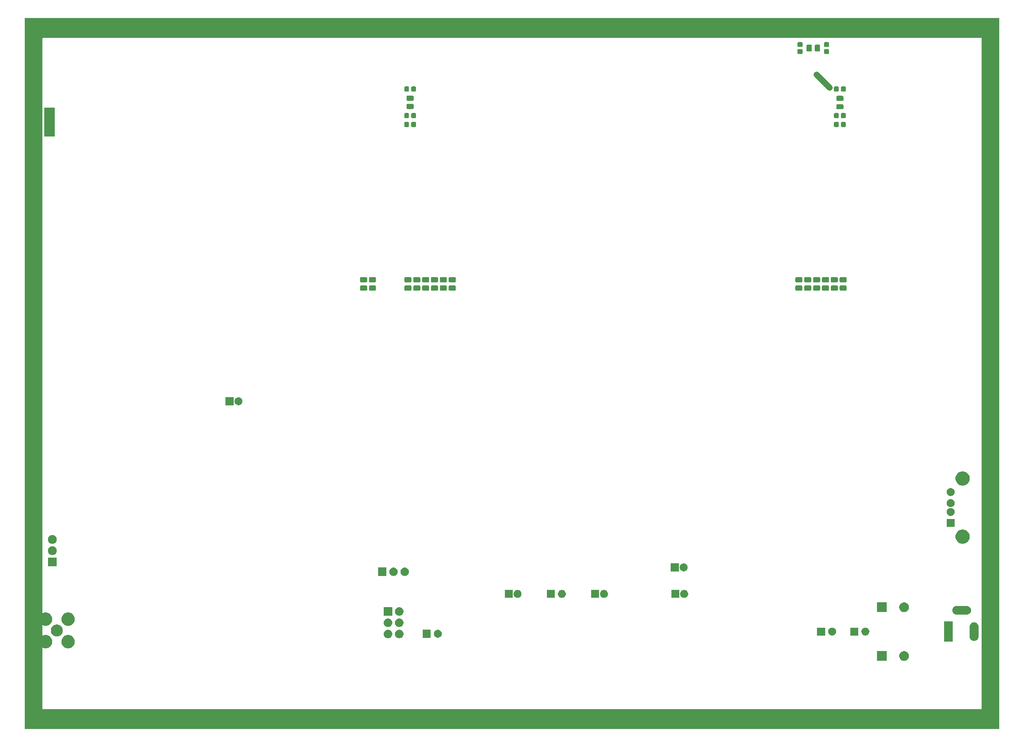
<source format=gbr>
G04 #@! TF.GenerationSoftware,KiCad,Pcbnew,(5.1.6)-1*
G04 #@! TF.CreationDate,2020-07-16T00:26:14+02:00*
G04 #@! TF.ProjectId,Hauptplatine,48617570-7470-46c6-9174-696e652e6b69,0*
G04 #@! TF.SameCoordinates,Original*
G04 #@! TF.FileFunction,Soldermask,Bot*
G04 #@! TF.FilePolarity,Negative*
%FSLAX46Y46*%
G04 Gerber Fmt 4.6, Leading zero omitted, Abs format (unit mm)*
G04 Created by KiCad (PCBNEW (5.1.6)-1) date 2020-07-16 00:26:14*
%MOMM*%
%LPD*%
G01*
G04 APERTURE LIST*
%ADD10C,1.350000*%
%ADD11C,0.100000*%
G04 APERTURE END LIST*
D10*
X281750000Y-57250000D02*
X278750000Y-54250000D01*
D11*
G36*
X320000000Y-202000000D02*
G01*
X99978676Y-202000000D01*
X99989338Y-197500000D01*
X99989611Y-197500000D01*
X99990258Y-197498797D01*
X99994038Y-197493170D01*
X99997811Y-197484124D01*
X99999747Y-197474515D01*
X100000000Y-197469493D01*
X100000000Y-46049999D01*
X104000000Y-46049999D01*
X104000000Y-175805675D01*
X104000961Y-175815429D01*
X104003806Y-175824809D01*
X104008426Y-175833453D01*
X104014644Y-175841030D01*
X104022221Y-175847248D01*
X104030865Y-175851868D01*
X104040245Y-175854713D01*
X104049999Y-175855674D01*
X104059753Y-175854713D01*
X104069125Y-175851870D01*
X104272466Y-175767644D01*
X104272465Y-175767644D01*
X104272468Y-175767643D01*
X104562261Y-175710000D01*
X104857739Y-175710000D01*
X105147532Y-175767643D01*
X105147535Y-175767644D01*
X105147534Y-175767644D01*
X105420517Y-175880717D01*
X105666194Y-176044874D01*
X105875126Y-176253806D01*
X106039283Y-176499483D01*
X106132956Y-176725631D01*
X106152357Y-176772468D01*
X106210000Y-177062261D01*
X106210000Y-177357739D01*
X106152357Y-177647532D01*
X106152356Y-177647534D01*
X106039283Y-177920517D01*
X105875126Y-178166194D01*
X105666194Y-178375126D01*
X105420517Y-178539283D01*
X105239349Y-178614325D01*
X105147532Y-178652357D01*
X104857739Y-178710000D01*
X104562261Y-178710000D01*
X104272468Y-178652357D01*
X104240154Y-178638972D01*
X104069125Y-178568130D01*
X104059754Y-178565287D01*
X104049999Y-178564326D01*
X104040245Y-178565287D01*
X104030865Y-178568132D01*
X104022221Y-178572752D01*
X104014645Y-178578970D01*
X104008426Y-178586547D01*
X104003806Y-178595191D01*
X104000961Y-178604570D01*
X104000000Y-178614325D01*
X104000000Y-180885675D01*
X104000961Y-180895429D01*
X104003806Y-180904809D01*
X104008426Y-180913453D01*
X104014644Y-180921030D01*
X104022221Y-180927248D01*
X104030865Y-180931868D01*
X104040245Y-180934713D01*
X104049999Y-180935674D01*
X104059753Y-180934713D01*
X104069125Y-180931870D01*
X104272466Y-180847644D01*
X104272465Y-180847644D01*
X104272468Y-180847643D01*
X104562261Y-180790000D01*
X104857739Y-180790000D01*
X105147532Y-180847643D01*
X105147535Y-180847644D01*
X105147534Y-180847644D01*
X105420517Y-180960717D01*
X105666194Y-181124874D01*
X105875126Y-181333806D01*
X106039283Y-181579483D01*
X106132956Y-181805631D01*
X106152357Y-181852468D01*
X106210000Y-182142261D01*
X106210000Y-182437739D01*
X106152357Y-182727532D01*
X106152356Y-182727534D01*
X106039283Y-183000517D01*
X105875126Y-183246194D01*
X105666194Y-183455126D01*
X105420517Y-183619283D01*
X105239349Y-183694325D01*
X105147532Y-183732357D01*
X104857739Y-183790000D01*
X104562261Y-183790000D01*
X104272468Y-183732357D01*
X104240154Y-183718972D01*
X104069125Y-183648130D01*
X104059754Y-183645287D01*
X104049999Y-183644326D01*
X104040245Y-183645287D01*
X104030865Y-183648132D01*
X104022221Y-183652752D01*
X104014645Y-183658970D01*
X104008426Y-183666547D01*
X104003806Y-183675191D01*
X104000961Y-183684570D01*
X104000000Y-183694325D01*
X104000000Y-197450001D01*
X104000961Y-197459755D01*
X104003806Y-197469135D01*
X104008426Y-197477779D01*
X104014644Y-197485356D01*
X104022221Y-197491574D01*
X104030865Y-197496194D01*
X104040245Y-197499039D01*
X104049999Y-197500000D01*
X315950001Y-197500000D01*
X315959755Y-197499039D01*
X315969135Y-197496194D01*
X315977779Y-197491574D01*
X315985356Y-197485356D01*
X315991574Y-197477779D01*
X315996194Y-197469135D01*
X315999039Y-197459755D01*
X316000000Y-197450001D01*
X316000000Y-46049999D01*
X315999039Y-46040245D01*
X315996194Y-46030865D01*
X315991574Y-46022221D01*
X315985356Y-46014644D01*
X315977779Y-46008426D01*
X315969135Y-46003806D01*
X315959755Y-46000961D01*
X315950001Y-46000000D01*
X104049999Y-46000000D01*
X104040245Y-46000961D01*
X104030865Y-46003806D01*
X104022221Y-46008426D01*
X104014644Y-46014644D01*
X104008426Y-46022221D01*
X104003806Y-46030865D01*
X104000961Y-46040245D01*
X104000000Y-46049999D01*
X100000000Y-46049999D01*
X100000000Y-41500000D01*
X320000000Y-41500000D01*
X320000000Y-202000000D01*
G37*
G36*
X298820856Y-184442272D02*
G01*
X299021044Y-184525192D01*
X299021045Y-184525193D01*
X299201209Y-184645575D01*
X299354425Y-184798791D01*
X299354426Y-184798793D01*
X299474808Y-184978956D01*
X299557728Y-185179144D01*
X299600000Y-185391658D01*
X299600000Y-185608342D01*
X299557728Y-185820856D01*
X299474808Y-186021044D01*
X299474807Y-186021045D01*
X299354425Y-186201209D01*
X299201209Y-186354425D01*
X299110513Y-186415026D01*
X299021044Y-186474808D01*
X298820856Y-186557728D01*
X298608342Y-186600000D01*
X298391658Y-186600000D01*
X298179144Y-186557728D01*
X297978956Y-186474808D01*
X297889487Y-186415026D01*
X297798791Y-186354425D01*
X297645575Y-186201209D01*
X297525193Y-186021045D01*
X297525192Y-186021044D01*
X297442272Y-185820856D01*
X297400000Y-185608342D01*
X297400000Y-185391658D01*
X297442272Y-185179144D01*
X297525192Y-184978956D01*
X297645574Y-184798793D01*
X297645575Y-184798791D01*
X297798791Y-184645575D01*
X297978955Y-184525193D01*
X297978956Y-184525192D01*
X298179144Y-184442272D01*
X298391658Y-184400000D01*
X298608342Y-184400000D01*
X298820856Y-184442272D01*
G37*
G36*
X294600000Y-186600000D02*
G01*
X292400000Y-186600000D01*
X292400000Y-184400000D01*
X294600000Y-184400000D01*
X294600000Y-186600000D01*
G37*
G36*
X110227532Y-180847643D02*
G01*
X110227535Y-180847644D01*
X110227534Y-180847644D01*
X110500517Y-180960717D01*
X110746194Y-181124874D01*
X110955126Y-181333806D01*
X111119283Y-181579483D01*
X111212956Y-181805631D01*
X111232357Y-181852468D01*
X111290000Y-182142261D01*
X111290000Y-182437739D01*
X111232357Y-182727532D01*
X111232356Y-182727534D01*
X111119283Y-183000517D01*
X110955126Y-183246194D01*
X110746194Y-183455126D01*
X110500517Y-183619283D01*
X110319349Y-183694325D01*
X110227532Y-183732357D01*
X109937739Y-183790000D01*
X109642261Y-183790000D01*
X109352468Y-183732357D01*
X109260651Y-183694325D01*
X109079483Y-183619283D01*
X108833806Y-183455126D01*
X108624874Y-183246194D01*
X108460717Y-183000517D01*
X108347644Y-182727534D01*
X108347643Y-182727532D01*
X108290000Y-182437739D01*
X108290000Y-182142261D01*
X108347643Y-181852468D01*
X108367044Y-181805631D01*
X108460717Y-181579483D01*
X108624874Y-181333806D01*
X108833806Y-181124874D01*
X109079483Y-180960717D01*
X109352466Y-180847644D01*
X109352465Y-180847644D01*
X109352468Y-180847643D01*
X109642261Y-180790000D01*
X109937739Y-180790000D01*
X110227532Y-180847643D01*
G37*
G36*
X309500000Y-182300000D02*
G01*
X307500000Y-182300000D01*
X307500000Y-177700000D01*
X309500000Y-177700000D01*
X309500000Y-182300000D01*
G37*
G36*
X314496033Y-177914469D02*
G01*
X314684535Y-177971651D01*
X314858256Y-178064506D01*
X315010528Y-178189472D01*
X315135494Y-178341744D01*
X315228349Y-178515464D01*
X315285531Y-178703966D01*
X315300000Y-178850876D01*
X315300000Y-181149124D01*
X315285531Y-181296034D01*
X315228349Y-181484536D01*
X315135494Y-181658256D01*
X315010528Y-181810528D01*
X314858256Y-181935494D01*
X314684536Y-182028349D01*
X314496034Y-182085531D01*
X314300000Y-182104838D01*
X314103967Y-182085531D01*
X313915465Y-182028349D01*
X313741745Y-181935494D01*
X313589473Y-181810528D01*
X313464507Y-181658256D01*
X313371652Y-181484536D01*
X313314470Y-181296034D01*
X313300001Y-181149124D01*
X313300000Y-178850877D01*
X313314469Y-178703967D01*
X313371651Y-178515465D01*
X313464506Y-178341744D01*
X313589472Y-178189472D01*
X313741744Y-178064506D01*
X313915464Y-177971651D01*
X314103966Y-177914469D01*
X314300000Y-177895162D01*
X314496033Y-177914469D01*
G37*
G36*
X182281070Y-179613430D02*
G01*
X182281073Y-179613431D01*
X182281072Y-179613431D01*
X182456436Y-179686069D01*
X182614259Y-179791523D01*
X182748477Y-179925741D01*
X182853931Y-180083564D01*
X182878873Y-180143780D01*
X182926570Y-180258930D01*
X182963600Y-180445092D01*
X182963600Y-180634908D01*
X182926570Y-180821070D01*
X182926569Y-180821072D01*
X182853931Y-180996436D01*
X182748477Y-181154259D01*
X182614259Y-181288477D01*
X182456436Y-181393931D01*
X182311158Y-181454107D01*
X182281070Y-181466570D01*
X182094908Y-181503600D01*
X181905092Y-181503600D01*
X181718930Y-181466570D01*
X181688842Y-181454107D01*
X181543564Y-181393931D01*
X181385741Y-181288477D01*
X181251523Y-181154259D01*
X181146069Y-180996436D01*
X181073431Y-180821072D01*
X181073430Y-180821070D01*
X181036400Y-180634908D01*
X181036400Y-180445092D01*
X181073430Y-180258930D01*
X181121127Y-180143780D01*
X181146069Y-180083564D01*
X181251523Y-179925741D01*
X181385741Y-179791523D01*
X181543564Y-179686069D01*
X181718928Y-179613431D01*
X181718927Y-179613431D01*
X181718930Y-179613430D01*
X181905092Y-179576400D01*
X182094908Y-179576400D01*
X182281070Y-179613430D01*
G37*
G36*
X184821070Y-179613430D02*
G01*
X184821073Y-179613431D01*
X184821072Y-179613431D01*
X184996436Y-179686069D01*
X185154259Y-179791523D01*
X185288477Y-179925741D01*
X185393931Y-180083564D01*
X185418873Y-180143780D01*
X185466570Y-180258930D01*
X185503600Y-180445092D01*
X185503600Y-180634908D01*
X185466570Y-180821070D01*
X185466569Y-180821072D01*
X185393931Y-180996436D01*
X185288477Y-181154259D01*
X185154259Y-181288477D01*
X184996436Y-181393931D01*
X184851158Y-181454107D01*
X184821070Y-181466570D01*
X184634908Y-181503600D01*
X184445092Y-181503600D01*
X184258930Y-181466570D01*
X184228842Y-181454107D01*
X184083564Y-181393931D01*
X183925741Y-181288477D01*
X183791523Y-181154259D01*
X183686069Y-180996436D01*
X183613431Y-180821072D01*
X183613430Y-180821070D01*
X183576400Y-180634908D01*
X183576400Y-180445092D01*
X183613430Y-180258930D01*
X183661127Y-180143780D01*
X183686069Y-180083564D01*
X183791523Y-179925741D01*
X183925741Y-179791523D01*
X184083564Y-179686069D01*
X184258928Y-179613431D01*
X184258927Y-179613431D01*
X184258930Y-179613430D01*
X184445092Y-179576400D01*
X184634908Y-179576400D01*
X184821070Y-179613430D01*
G37*
G36*
X191650000Y-181400000D02*
G01*
X189850000Y-181400000D01*
X189850000Y-179600000D01*
X191650000Y-179600000D01*
X191650000Y-181400000D01*
G37*
G36*
X193454561Y-179623057D02*
G01*
X193512520Y-179634586D01*
X193676310Y-179702430D01*
X193823717Y-179800924D01*
X193949076Y-179926283D01*
X194047570Y-180073690D01*
X194115414Y-180237480D01*
X194120394Y-180262519D01*
X194150000Y-180411356D01*
X194150000Y-180588644D01*
X194140798Y-180634906D01*
X194115414Y-180762520D01*
X194047570Y-180926310D01*
X193949076Y-181073717D01*
X193823717Y-181199076D01*
X193676310Y-181297570D01*
X193512520Y-181365414D01*
X193454561Y-181376943D01*
X193338644Y-181400000D01*
X193161356Y-181400000D01*
X193045439Y-181376943D01*
X192987480Y-181365414D01*
X192823690Y-181297570D01*
X192676283Y-181199076D01*
X192550924Y-181073717D01*
X192452430Y-180926310D01*
X192384586Y-180762520D01*
X192359202Y-180634906D01*
X192350000Y-180588644D01*
X192350000Y-180411356D01*
X192379606Y-180262519D01*
X192384586Y-180237480D01*
X192452430Y-180073690D01*
X192550924Y-179926283D01*
X192676283Y-179800924D01*
X192823690Y-179702430D01*
X192987480Y-179634586D01*
X193045439Y-179623057D01*
X193161356Y-179600000D01*
X193338644Y-179600000D01*
X193454561Y-179623057D01*
G37*
G36*
X107643779Y-178451879D02*
G01*
X107854790Y-178539283D01*
X107889465Y-178553646D01*
X108110575Y-178701387D01*
X108298613Y-178889425D01*
X108446354Y-179110535D01*
X108446355Y-179110537D01*
X108548121Y-179356221D01*
X108600000Y-179617035D01*
X108600000Y-179882965D01*
X108548121Y-180143779D01*
X108446355Y-180389463D01*
X108446354Y-180389465D01*
X108298613Y-180610575D01*
X108110575Y-180798613D01*
X107889465Y-180946354D01*
X107889464Y-180946355D01*
X107889463Y-180946355D01*
X107643779Y-181048121D01*
X107382965Y-181100000D01*
X107117035Y-181100000D01*
X106856221Y-181048121D01*
X106610537Y-180946355D01*
X106610536Y-180946355D01*
X106610535Y-180946354D01*
X106389425Y-180798613D01*
X106201387Y-180610575D01*
X106053646Y-180389465D01*
X106053645Y-180389463D01*
X105951879Y-180143779D01*
X105900000Y-179882965D01*
X105900000Y-179617035D01*
X105951879Y-179356221D01*
X106053645Y-179110537D01*
X106053646Y-179110535D01*
X106201387Y-178889425D01*
X106389425Y-178701387D01*
X106610535Y-178553646D01*
X106645210Y-178539283D01*
X106856221Y-178451879D01*
X107117035Y-178400000D01*
X107382965Y-178400000D01*
X107643779Y-178451879D01*
G37*
G36*
X288150000Y-180900000D02*
G01*
X286350000Y-180900000D01*
X286350000Y-179100000D01*
X288150000Y-179100000D01*
X288150000Y-180900000D01*
G37*
G36*
X289954561Y-179123057D02*
G01*
X290012520Y-179134586D01*
X290176310Y-179202430D01*
X290323717Y-179300924D01*
X290449076Y-179426283D01*
X290449077Y-179426285D01*
X290547571Y-179573692D01*
X290615414Y-179737481D01*
X290644353Y-179882965D01*
X290650000Y-179911358D01*
X290650000Y-180088642D01*
X290615414Y-180262520D01*
X290547570Y-180426310D01*
X290449076Y-180573717D01*
X290323717Y-180699076D01*
X290176310Y-180797570D01*
X290012520Y-180865414D01*
X289954561Y-180876943D01*
X289838644Y-180900000D01*
X289661356Y-180900000D01*
X289545439Y-180876943D01*
X289487480Y-180865414D01*
X289323690Y-180797570D01*
X289176283Y-180699076D01*
X289050924Y-180573717D01*
X288952430Y-180426310D01*
X288884586Y-180262520D01*
X288850000Y-180088642D01*
X288850000Y-179911358D01*
X288855648Y-179882965D01*
X288884586Y-179737481D01*
X288952429Y-179573692D01*
X289050923Y-179426285D01*
X289050924Y-179426283D01*
X289176283Y-179300924D01*
X289323690Y-179202430D01*
X289487480Y-179134586D01*
X289545439Y-179123057D01*
X289661356Y-179100000D01*
X289838644Y-179100000D01*
X289954561Y-179123057D01*
G37*
G36*
X280650000Y-180900000D02*
G01*
X278850000Y-180900000D01*
X278850000Y-179100000D01*
X280650000Y-179100000D01*
X280650000Y-180900000D01*
G37*
G36*
X282454561Y-179123057D02*
G01*
X282512520Y-179134586D01*
X282676310Y-179202430D01*
X282823717Y-179300924D01*
X282949076Y-179426283D01*
X282949077Y-179426285D01*
X283047571Y-179573692D01*
X283115414Y-179737481D01*
X283144353Y-179882965D01*
X283150000Y-179911358D01*
X283150000Y-180088642D01*
X283115414Y-180262520D01*
X283047570Y-180426310D01*
X282949076Y-180573717D01*
X282823717Y-180699076D01*
X282676310Y-180797570D01*
X282512520Y-180865414D01*
X282454561Y-180876943D01*
X282338644Y-180900000D01*
X282161356Y-180900000D01*
X282045439Y-180876943D01*
X281987480Y-180865414D01*
X281823690Y-180797570D01*
X281676283Y-180699076D01*
X281550924Y-180573717D01*
X281452430Y-180426310D01*
X281384586Y-180262520D01*
X281350000Y-180088642D01*
X281350000Y-179911358D01*
X281355648Y-179882965D01*
X281384586Y-179737481D01*
X281452429Y-179573692D01*
X281550923Y-179426285D01*
X281550924Y-179426283D01*
X281676283Y-179300924D01*
X281823690Y-179202430D01*
X281987480Y-179134586D01*
X282045439Y-179123057D01*
X282161356Y-179100000D01*
X282338644Y-179100000D01*
X282454561Y-179123057D01*
G37*
G36*
X184821070Y-177073430D02*
G01*
X184821073Y-177073431D01*
X184821072Y-177073431D01*
X184996436Y-177146069D01*
X185154259Y-177251523D01*
X185288477Y-177385741D01*
X185393931Y-177543564D01*
X185454107Y-177688842D01*
X185466570Y-177718930D01*
X185503600Y-177905092D01*
X185503600Y-178094908D01*
X185466570Y-178281070D01*
X185466569Y-178281072D01*
X185393931Y-178456436D01*
X185288477Y-178614259D01*
X185154259Y-178748477D01*
X184996436Y-178853931D01*
X184851158Y-178914107D01*
X184821070Y-178926570D01*
X184634908Y-178963600D01*
X184445092Y-178963600D01*
X184258930Y-178926570D01*
X184228842Y-178914107D01*
X184083564Y-178853931D01*
X183925741Y-178748477D01*
X183791523Y-178614259D01*
X183686069Y-178456436D01*
X183613431Y-178281072D01*
X183613430Y-178281070D01*
X183576400Y-178094908D01*
X183576400Y-177905092D01*
X183613430Y-177718930D01*
X183625893Y-177688842D01*
X183686069Y-177543564D01*
X183791523Y-177385741D01*
X183925741Y-177251523D01*
X184083564Y-177146069D01*
X184258928Y-177073431D01*
X184258927Y-177073431D01*
X184258930Y-177073430D01*
X184445092Y-177036400D01*
X184634908Y-177036400D01*
X184821070Y-177073430D01*
G37*
G36*
X182281070Y-177073430D02*
G01*
X182281073Y-177073431D01*
X182281072Y-177073431D01*
X182456436Y-177146069D01*
X182614259Y-177251523D01*
X182748477Y-177385741D01*
X182853931Y-177543564D01*
X182914107Y-177688842D01*
X182926570Y-177718930D01*
X182963600Y-177905092D01*
X182963600Y-178094908D01*
X182926570Y-178281070D01*
X182926569Y-178281072D01*
X182853931Y-178456436D01*
X182748477Y-178614259D01*
X182614259Y-178748477D01*
X182456436Y-178853931D01*
X182311158Y-178914107D01*
X182281070Y-178926570D01*
X182094908Y-178963600D01*
X181905092Y-178963600D01*
X181718930Y-178926570D01*
X181688842Y-178914107D01*
X181543564Y-178853931D01*
X181385741Y-178748477D01*
X181251523Y-178614259D01*
X181146069Y-178456436D01*
X181073431Y-178281072D01*
X181073430Y-178281070D01*
X181036400Y-178094908D01*
X181036400Y-177905092D01*
X181073430Y-177718930D01*
X181085893Y-177688842D01*
X181146069Y-177543564D01*
X181251523Y-177385741D01*
X181385741Y-177251523D01*
X181543564Y-177146069D01*
X181718928Y-177073431D01*
X181718927Y-177073431D01*
X181718930Y-177073430D01*
X181905092Y-177036400D01*
X182094908Y-177036400D01*
X182281070Y-177073430D01*
G37*
G36*
X110227532Y-175767643D02*
G01*
X110227535Y-175767644D01*
X110227534Y-175767644D01*
X110500517Y-175880717D01*
X110746194Y-176044874D01*
X110955126Y-176253806D01*
X111119283Y-176499483D01*
X111212956Y-176725631D01*
X111232357Y-176772468D01*
X111290000Y-177062261D01*
X111290000Y-177357739D01*
X111232357Y-177647532D01*
X111232356Y-177647534D01*
X111119283Y-177920517D01*
X110955126Y-178166194D01*
X110746194Y-178375126D01*
X110500517Y-178539283D01*
X110319349Y-178614325D01*
X110227532Y-178652357D01*
X109937739Y-178710000D01*
X109642261Y-178710000D01*
X109352468Y-178652357D01*
X109260651Y-178614325D01*
X109079483Y-178539283D01*
X108833806Y-178375126D01*
X108624874Y-178166194D01*
X108460717Y-177920517D01*
X108347644Y-177647534D01*
X108347643Y-177647532D01*
X108290000Y-177357739D01*
X108290000Y-177062261D01*
X108347643Y-176772468D01*
X108367044Y-176725631D01*
X108460717Y-176499483D01*
X108624874Y-176253806D01*
X108833806Y-176044874D01*
X109079483Y-175880717D01*
X109352466Y-175767644D01*
X109352465Y-175767644D01*
X109352468Y-175767643D01*
X109642261Y-175710000D01*
X109937739Y-175710000D01*
X110227532Y-175767643D01*
G37*
G36*
X182963600Y-176423600D02*
G01*
X181036400Y-176423600D01*
X181036400Y-174496400D01*
X182963600Y-174496400D01*
X182963600Y-176423600D01*
G37*
G36*
X184821070Y-174533430D02*
G01*
X184821073Y-174533431D01*
X184821072Y-174533431D01*
X184996436Y-174606069D01*
X185154259Y-174711523D01*
X185288477Y-174845741D01*
X185393931Y-175003564D01*
X185454107Y-175148842D01*
X185466570Y-175178930D01*
X185503600Y-175365092D01*
X185503600Y-175554908D01*
X185466570Y-175741070D01*
X185466569Y-175741072D01*
X185393931Y-175916436D01*
X185288477Y-176074259D01*
X185154259Y-176208477D01*
X184996436Y-176313931D01*
X184851158Y-176374107D01*
X184821070Y-176386570D01*
X184634908Y-176423600D01*
X184445092Y-176423600D01*
X184258930Y-176386570D01*
X184228842Y-176374107D01*
X184083564Y-176313931D01*
X183925741Y-176208477D01*
X183791523Y-176074259D01*
X183686069Y-175916436D01*
X183613431Y-175741072D01*
X183613430Y-175741070D01*
X183576400Y-175554908D01*
X183576400Y-175365092D01*
X183613430Y-175178930D01*
X183625893Y-175148842D01*
X183686069Y-175003564D01*
X183791523Y-174845741D01*
X183925741Y-174711523D01*
X184083564Y-174606069D01*
X184258928Y-174533431D01*
X184258927Y-174533431D01*
X184258930Y-174533430D01*
X184445092Y-174496400D01*
X184634908Y-174496400D01*
X184821070Y-174533430D01*
G37*
G36*
X312796034Y-174214469D02*
G01*
X312984536Y-174271651D01*
X313158256Y-174364506D01*
X313310528Y-174489472D01*
X313435494Y-174641744D01*
X313528349Y-174815464D01*
X313585531Y-175003966D01*
X313604838Y-175200000D01*
X313585531Y-175396034D01*
X313528349Y-175584536D01*
X313435494Y-175758256D01*
X313310528Y-175910528D01*
X313158256Y-176035494D01*
X312984536Y-176128349D01*
X312796034Y-176185531D01*
X312649124Y-176200000D01*
X310350876Y-176200000D01*
X310203966Y-176185531D01*
X310015464Y-176128349D01*
X309841744Y-176035494D01*
X309689472Y-175910528D01*
X309564506Y-175758256D01*
X309471651Y-175584536D01*
X309414469Y-175396034D01*
X309395162Y-175200000D01*
X309414469Y-175003966D01*
X309471651Y-174815464D01*
X309564506Y-174641744D01*
X309689472Y-174489472D01*
X309841744Y-174364506D01*
X310015464Y-174271651D01*
X310203966Y-174214469D01*
X310350876Y-174200000D01*
X312649124Y-174200000D01*
X312796034Y-174214469D01*
G37*
G36*
X298820856Y-173442272D02*
G01*
X299021044Y-173525192D01*
X299021045Y-173525193D01*
X299201209Y-173645575D01*
X299354425Y-173798791D01*
X299354426Y-173798793D01*
X299474808Y-173978956D01*
X299557728Y-174179144D01*
X299600000Y-174391658D01*
X299600000Y-174608342D01*
X299557728Y-174820856D01*
X299474808Y-175021044D01*
X299474807Y-175021045D01*
X299354425Y-175201209D01*
X299201209Y-175354425D01*
X299138937Y-175396034D01*
X299021044Y-175474808D01*
X298820856Y-175557728D01*
X298608342Y-175600000D01*
X298391658Y-175600000D01*
X298179144Y-175557728D01*
X297978956Y-175474808D01*
X297861063Y-175396034D01*
X297798791Y-175354425D01*
X297645575Y-175201209D01*
X297525193Y-175021045D01*
X297525192Y-175021044D01*
X297442272Y-174820856D01*
X297400000Y-174608342D01*
X297400000Y-174391658D01*
X297442272Y-174179144D01*
X297525192Y-173978956D01*
X297645574Y-173798793D01*
X297645575Y-173798791D01*
X297798791Y-173645575D01*
X297978955Y-173525193D01*
X297978956Y-173525192D01*
X298179144Y-173442272D01*
X298391658Y-173400000D01*
X298608342Y-173400000D01*
X298820856Y-173442272D01*
G37*
G36*
X294600000Y-175600000D02*
G01*
X292400000Y-175600000D01*
X292400000Y-173400000D01*
X294600000Y-173400000D01*
X294600000Y-175600000D01*
G37*
G36*
X219650000Y-172400000D02*
G01*
X217850000Y-172400000D01*
X217850000Y-170600000D01*
X219650000Y-170600000D01*
X219650000Y-172400000D01*
G37*
G36*
X249054561Y-170623057D02*
G01*
X249112520Y-170634586D01*
X249276310Y-170702430D01*
X249423717Y-170800924D01*
X249549076Y-170926283D01*
X249647570Y-171073690D01*
X249715414Y-171237480D01*
X249750000Y-171411358D01*
X249750000Y-171588642D01*
X249715414Y-171762520D01*
X249647570Y-171926310D01*
X249549076Y-172073717D01*
X249423717Y-172199076D01*
X249276310Y-172297570D01*
X249112520Y-172365414D01*
X249054561Y-172376943D01*
X248938644Y-172400000D01*
X248761356Y-172400000D01*
X248645439Y-172376943D01*
X248587480Y-172365414D01*
X248423690Y-172297570D01*
X248276283Y-172199076D01*
X248150924Y-172073717D01*
X248052430Y-171926310D01*
X247984586Y-171762520D01*
X247950000Y-171588642D01*
X247950000Y-171411358D01*
X247984586Y-171237480D01*
X248052430Y-171073690D01*
X248150924Y-170926283D01*
X248276283Y-170800924D01*
X248423690Y-170702430D01*
X248587480Y-170634586D01*
X248645439Y-170623057D01*
X248761356Y-170600000D01*
X248938644Y-170600000D01*
X249054561Y-170623057D01*
G37*
G36*
X247750000Y-172400000D02*
G01*
X245950000Y-172400000D01*
X245950000Y-170600000D01*
X247750000Y-170600000D01*
X247750000Y-172400000D01*
G37*
G36*
X221454561Y-170623057D02*
G01*
X221512520Y-170634586D01*
X221676310Y-170702430D01*
X221823717Y-170800924D01*
X221949076Y-170926283D01*
X222047570Y-171073690D01*
X222115414Y-171237480D01*
X222150000Y-171411358D01*
X222150000Y-171588642D01*
X222115414Y-171762520D01*
X222047570Y-171926310D01*
X221949076Y-172073717D01*
X221823717Y-172199076D01*
X221676310Y-172297570D01*
X221512520Y-172365414D01*
X221454561Y-172376943D01*
X221338644Y-172400000D01*
X221161356Y-172400000D01*
X221045439Y-172376943D01*
X220987480Y-172365414D01*
X220823690Y-172297570D01*
X220676283Y-172199076D01*
X220550924Y-172073717D01*
X220452430Y-171926310D01*
X220384586Y-171762520D01*
X220350000Y-171588642D01*
X220350000Y-171411358D01*
X220384586Y-171237480D01*
X220452430Y-171073690D01*
X220550924Y-170926283D01*
X220676283Y-170800924D01*
X220823690Y-170702430D01*
X220987480Y-170634586D01*
X221045439Y-170623057D01*
X221161356Y-170600000D01*
X221338644Y-170600000D01*
X221454561Y-170623057D01*
G37*
G36*
X230954561Y-170623057D02*
G01*
X231012520Y-170634586D01*
X231176310Y-170702430D01*
X231323717Y-170800924D01*
X231449076Y-170926283D01*
X231547570Y-171073690D01*
X231615414Y-171237480D01*
X231650000Y-171411358D01*
X231650000Y-171588642D01*
X231615414Y-171762520D01*
X231547570Y-171926310D01*
X231449076Y-172073717D01*
X231323717Y-172199076D01*
X231176310Y-172297570D01*
X231012520Y-172365414D01*
X230954561Y-172376943D01*
X230838644Y-172400000D01*
X230661356Y-172400000D01*
X230545439Y-172376943D01*
X230487480Y-172365414D01*
X230323690Y-172297570D01*
X230176283Y-172199076D01*
X230050924Y-172073717D01*
X229952430Y-171926310D01*
X229884586Y-171762520D01*
X229850000Y-171588642D01*
X229850000Y-171411358D01*
X229884586Y-171237480D01*
X229952430Y-171073690D01*
X230050924Y-170926283D01*
X230176283Y-170800924D01*
X230323690Y-170702430D01*
X230487480Y-170634586D01*
X230545439Y-170623057D01*
X230661356Y-170600000D01*
X230838644Y-170600000D01*
X230954561Y-170623057D01*
G37*
G36*
X229650000Y-172400000D02*
G01*
X227850000Y-172400000D01*
X227850000Y-170600000D01*
X229650000Y-170600000D01*
X229650000Y-172400000D01*
G37*
G36*
X210150000Y-172400000D02*
G01*
X208350000Y-172400000D01*
X208350000Y-170600000D01*
X210150000Y-170600000D01*
X210150000Y-172400000D01*
G37*
G36*
X211454561Y-170623057D02*
G01*
X211512520Y-170634586D01*
X211676310Y-170702430D01*
X211823717Y-170800924D01*
X211949076Y-170926283D01*
X212047570Y-171073690D01*
X212115414Y-171237480D01*
X212150000Y-171411358D01*
X212150000Y-171588642D01*
X212115414Y-171762520D01*
X212047570Y-171926310D01*
X211949076Y-172073717D01*
X211823717Y-172199076D01*
X211676310Y-172297570D01*
X211512520Y-172365414D01*
X211454561Y-172376943D01*
X211338644Y-172400000D01*
X211161356Y-172400000D01*
X211045439Y-172376943D01*
X210987480Y-172365414D01*
X210823690Y-172297570D01*
X210676283Y-172199076D01*
X210550924Y-172073717D01*
X210452430Y-171926310D01*
X210384586Y-171762520D01*
X210350000Y-171588642D01*
X210350000Y-171411358D01*
X210384586Y-171237480D01*
X210452430Y-171073690D01*
X210550924Y-170926283D01*
X210676283Y-170800924D01*
X210823690Y-170702430D01*
X210987480Y-170634586D01*
X211045439Y-170623057D01*
X211161356Y-170600000D01*
X211338644Y-170600000D01*
X211454561Y-170623057D01*
G37*
G36*
X183527103Y-165586507D02*
G01*
X183527106Y-165586508D01*
X183527105Y-165586508D01*
X183699994Y-165658121D01*
X183855590Y-165762087D01*
X183987913Y-165894410D01*
X184009228Y-165926310D01*
X184091880Y-166050008D01*
X184163493Y-166222897D01*
X184200000Y-166406432D01*
X184200000Y-166593568D01*
X184163493Y-166777103D01*
X184163492Y-166777105D01*
X184091879Y-166949994D01*
X183987913Y-167105590D01*
X183855590Y-167237913D01*
X183699994Y-167341879D01*
X183699993Y-167341880D01*
X183699992Y-167341880D01*
X183527103Y-167413493D01*
X183343568Y-167450000D01*
X183156432Y-167450000D01*
X182972897Y-167413493D01*
X182800008Y-167341880D01*
X182800007Y-167341880D01*
X182800006Y-167341879D01*
X182644410Y-167237913D01*
X182512087Y-167105590D01*
X182408121Y-166949994D01*
X182336508Y-166777105D01*
X182336507Y-166777103D01*
X182300000Y-166593568D01*
X182300000Y-166406432D01*
X182336507Y-166222897D01*
X182408120Y-166050008D01*
X182490772Y-165926310D01*
X182512087Y-165894410D01*
X182644410Y-165762087D01*
X182800006Y-165658121D01*
X182972895Y-165586508D01*
X182972894Y-165586508D01*
X182972897Y-165586507D01*
X183156432Y-165550000D01*
X183343568Y-165550000D01*
X183527103Y-165586507D01*
G37*
G36*
X186067103Y-165586507D02*
G01*
X186067106Y-165586508D01*
X186067105Y-165586508D01*
X186239994Y-165658121D01*
X186395590Y-165762087D01*
X186527913Y-165894410D01*
X186549228Y-165926310D01*
X186631880Y-166050008D01*
X186703493Y-166222897D01*
X186740000Y-166406432D01*
X186740000Y-166593568D01*
X186703493Y-166777103D01*
X186703492Y-166777105D01*
X186631879Y-166949994D01*
X186527913Y-167105590D01*
X186395590Y-167237913D01*
X186239994Y-167341879D01*
X186239993Y-167341880D01*
X186239992Y-167341880D01*
X186067103Y-167413493D01*
X185883568Y-167450000D01*
X185696432Y-167450000D01*
X185512897Y-167413493D01*
X185340008Y-167341880D01*
X185340007Y-167341880D01*
X185340006Y-167341879D01*
X185184410Y-167237913D01*
X185052087Y-167105590D01*
X184948121Y-166949994D01*
X184876508Y-166777105D01*
X184876507Y-166777103D01*
X184840000Y-166593568D01*
X184840000Y-166406432D01*
X184876507Y-166222897D01*
X184948120Y-166050008D01*
X185030772Y-165926310D01*
X185052087Y-165894410D01*
X185184410Y-165762087D01*
X185340006Y-165658121D01*
X185512895Y-165586508D01*
X185512894Y-165586508D01*
X185512897Y-165586507D01*
X185696432Y-165550000D01*
X185883568Y-165550000D01*
X186067103Y-165586507D01*
G37*
G36*
X181660000Y-167450000D02*
G01*
X179760000Y-167450000D01*
X179760000Y-165550000D01*
X181660000Y-165550000D01*
X181660000Y-167450000D01*
G37*
G36*
X248954561Y-164623057D02*
G01*
X249012520Y-164634586D01*
X249176310Y-164702430D01*
X249323717Y-164800924D01*
X249449076Y-164926283D01*
X249547570Y-165073690D01*
X249615414Y-165237480D01*
X249650000Y-165411358D01*
X249650000Y-165588642D01*
X249615414Y-165762520D01*
X249547570Y-165926310D01*
X249449076Y-166073717D01*
X249323717Y-166199076D01*
X249176310Y-166297570D01*
X249012520Y-166365414D01*
X248954561Y-166376943D01*
X248838644Y-166400000D01*
X248661356Y-166400000D01*
X248545439Y-166376943D01*
X248487480Y-166365414D01*
X248323690Y-166297570D01*
X248176283Y-166199076D01*
X248050924Y-166073717D01*
X247952430Y-165926310D01*
X247884586Y-165762520D01*
X247850000Y-165588642D01*
X247850000Y-165411358D01*
X247884586Y-165237480D01*
X247952430Y-165073690D01*
X248050924Y-164926283D01*
X248176283Y-164800924D01*
X248323690Y-164702430D01*
X248487480Y-164634586D01*
X248545439Y-164623057D01*
X248661356Y-164600000D01*
X248838644Y-164600000D01*
X248954561Y-164623057D01*
G37*
G36*
X247650000Y-166400000D02*
G01*
X245850000Y-166400000D01*
X245850000Y-164600000D01*
X247650000Y-164600000D01*
X247650000Y-166400000D01*
G37*
G36*
X107250000Y-165290000D02*
G01*
X105250000Y-165290000D01*
X105250000Y-163290000D01*
X107250000Y-163290000D01*
X107250000Y-165290000D01*
G37*
G36*
X106445090Y-160769215D02*
G01*
X106541689Y-160788429D01*
X106723678Y-160863811D01*
X106887463Y-160973249D01*
X107026751Y-161112537D01*
X107136189Y-161276322D01*
X107211571Y-161458311D01*
X107250000Y-161651509D01*
X107250000Y-161848491D01*
X107211571Y-162041689D01*
X107136189Y-162223678D01*
X107026751Y-162387463D01*
X106887463Y-162526751D01*
X106723678Y-162636189D01*
X106541689Y-162711571D01*
X106445090Y-162730785D01*
X106348493Y-162750000D01*
X106151507Y-162750000D01*
X106054910Y-162730785D01*
X105958311Y-162711571D01*
X105776322Y-162636189D01*
X105612537Y-162526751D01*
X105473249Y-162387463D01*
X105363811Y-162223678D01*
X105288429Y-162041689D01*
X105250000Y-161848491D01*
X105250000Y-161651509D01*
X105288429Y-161458311D01*
X105363811Y-161276322D01*
X105473249Y-161112537D01*
X105612537Y-160973249D01*
X105776322Y-160863811D01*
X105958311Y-160788429D01*
X106054910Y-160769215D01*
X106151507Y-160750000D01*
X106348493Y-160750000D01*
X106445090Y-160769215D01*
G37*
G36*
X106445090Y-158229214D02*
G01*
X106541689Y-158248429D01*
X106723678Y-158323811D01*
X106887463Y-158433249D01*
X107026751Y-158572537D01*
X107136189Y-158736322D01*
X107211571Y-158918311D01*
X107250000Y-159111509D01*
X107250000Y-159308491D01*
X107211571Y-159501689D01*
X107136189Y-159683678D01*
X107026751Y-159847463D01*
X106887463Y-159986751D01*
X106723678Y-160096189D01*
X106541689Y-160171571D01*
X106445090Y-160190786D01*
X106348493Y-160210000D01*
X106151507Y-160210000D01*
X106054910Y-160190786D01*
X105958311Y-160171571D01*
X105776322Y-160096189D01*
X105612537Y-159986751D01*
X105473249Y-159847463D01*
X105363811Y-159683678D01*
X105288429Y-159501689D01*
X105250000Y-159308491D01*
X105250000Y-159111509D01*
X105288429Y-158918311D01*
X105363811Y-158736322D01*
X105473249Y-158572537D01*
X105612537Y-158433249D01*
X105776322Y-158323811D01*
X105958311Y-158248429D01*
X106054910Y-158229214D01*
X106151507Y-158210000D01*
X106348493Y-158210000D01*
X106445090Y-158229214D01*
G37*
G36*
X312176701Y-157031486D02*
G01*
X312176704Y-157031487D01*
X312176703Y-157031487D01*
X312467884Y-157152098D01*
X312729941Y-157327199D01*
X312952801Y-157550059D01*
X313127902Y-157812116D01*
X313127902Y-157812117D01*
X313248514Y-158103299D01*
X313310000Y-158412412D01*
X313310000Y-158727588D01*
X313248514Y-159036701D01*
X313248513Y-159036703D01*
X313127902Y-159327884D01*
X312952801Y-159589941D01*
X312729941Y-159812801D01*
X312467884Y-159987902D01*
X312261987Y-160073187D01*
X312176701Y-160108514D01*
X311867588Y-160170000D01*
X311552412Y-160170000D01*
X311243299Y-160108514D01*
X311158013Y-160073187D01*
X310952116Y-159987902D01*
X310690059Y-159812801D01*
X310467199Y-159589941D01*
X310292098Y-159327884D01*
X310171487Y-159036703D01*
X310171486Y-159036701D01*
X310110000Y-158727588D01*
X310110000Y-158412412D01*
X310171486Y-158103299D01*
X310292098Y-157812117D01*
X310292098Y-157812116D01*
X310467199Y-157550059D01*
X310690059Y-157327199D01*
X310952116Y-157152098D01*
X311243297Y-157031487D01*
X311243296Y-157031487D01*
X311243299Y-157031486D01*
X311552412Y-156970000D01*
X311867588Y-156970000D01*
X312176701Y-157031486D01*
G37*
G36*
X309900000Y-156400000D02*
G01*
X308100000Y-156400000D01*
X308100000Y-154600000D01*
X309900000Y-154600000D01*
X309900000Y-156400000D01*
G37*
G36*
X309204561Y-152123057D02*
G01*
X309262520Y-152134586D01*
X309426310Y-152202430D01*
X309573717Y-152300924D01*
X309699076Y-152426283D01*
X309797570Y-152573690D01*
X309865414Y-152737480D01*
X309900000Y-152911358D01*
X309900000Y-153088642D01*
X309865414Y-153262520D01*
X309797570Y-153426310D01*
X309699076Y-153573717D01*
X309573717Y-153699076D01*
X309426310Y-153797570D01*
X309262520Y-153865414D01*
X309204561Y-153876943D01*
X309088644Y-153900000D01*
X308911356Y-153900000D01*
X308795439Y-153876943D01*
X308737480Y-153865414D01*
X308573690Y-153797570D01*
X308426283Y-153699076D01*
X308300924Y-153573717D01*
X308202430Y-153426310D01*
X308134586Y-153262520D01*
X308100000Y-153088642D01*
X308100000Y-152911358D01*
X308134586Y-152737480D01*
X308202430Y-152573690D01*
X308300924Y-152426283D01*
X308426283Y-152300924D01*
X308573690Y-152202430D01*
X308737480Y-152134586D01*
X308795439Y-152123057D01*
X308911356Y-152100000D01*
X309088644Y-152100000D01*
X309204561Y-152123057D01*
G37*
G36*
X309204561Y-150123057D02*
G01*
X309262520Y-150134586D01*
X309426310Y-150202430D01*
X309573717Y-150300924D01*
X309699076Y-150426283D01*
X309797570Y-150573690D01*
X309865414Y-150737480D01*
X309900000Y-150911358D01*
X309900000Y-151088642D01*
X309865414Y-151262520D01*
X309797570Y-151426310D01*
X309699076Y-151573717D01*
X309573717Y-151699076D01*
X309426310Y-151797570D01*
X309262520Y-151865414D01*
X309204561Y-151876943D01*
X309088644Y-151900000D01*
X308911356Y-151900000D01*
X308795439Y-151876943D01*
X308737480Y-151865414D01*
X308573690Y-151797570D01*
X308426283Y-151699076D01*
X308300924Y-151573717D01*
X308202430Y-151426310D01*
X308134586Y-151262520D01*
X308100000Y-151088642D01*
X308100000Y-150911358D01*
X308134586Y-150737480D01*
X308202430Y-150573690D01*
X308300924Y-150426283D01*
X308426283Y-150300924D01*
X308573690Y-150202430D01*
X308737480Y-150134586D01*
X308795439Y-150123057D01*
X308911356Y-150100000D01*
X309088644Y-150100000D01*
X309204561Y-150123057D01*
G37*
G36*
X309204561Y-147623057D02*
G01*
X309262520Y-147634586D01*
X309426310Y-147702430D01*
X309573717Y-147800924D01*
X309699076Y-147926283D01*
X309797570Y-148073690D01*
X309865414Y-148237480D01*
X309900000Y-148411358D01*
X309900000Y-148588642D01*
X309865414Y-148762520D01*
X309797570Y-148926310D01*
X309699076Y-149073717D01*
X309573717Y-149199076D01*
X309426310Y-149297570D01*
X309262520Y-149365414D01*
X309204561Y-149376943D01*
X309088644Y-149400000D01*
X308911356Y-149400000D01*
X308795439Y-149376943D01*
X308737480Y-149365414D01*
X308573690Y-149297570D01*
X308426283Y-149199076D01*
X308300924Y-149073717D01*
X308202430Y-148926310D01*
X308134586Y-148762520D01*
X308100000Y-148588642D01*
X308100000Y-148411358D01*
X308134586Y-148237480D01*
X308202430Y-148073690D01*
X308300924Y-147926283D01*
X308426283Y-147800924D01*
X308573690Y-147702430D01*
X308737480Y-147634586D01*
X308795439Y-147623057D01*
X308911356Y-147600000D01*
X309088644Y-147600000D01*
X309204561Y-147623057D01*
G37*
G36*
X312176701Y-143891486D02*
G01*
X312176704Y-143891487D01*
X312176703Y-143891487D01*
X312467884Y-144012098D01*
X312729941Y-144187199D01*
X312952801Y-144410059D01*
X313127902Y-144672116D01*
X313127902Y-144672117D01*
X313248514Y-144963299D01*
X313310000Y-145272412D01*
X313310000Y-145587588D01*
X313248514Y-145896701D01*
X313248513Y-145896703D01*
X313127902Y-146187884D01*
X312952801Y-146449941D01*
X312729941Y-146672801D01*
X312467884Y-146847902D01*
X312261987Y-146933187D01*
X312176701Y-146968514D01*
X311867588Y-147030000D01*
X311552412Y-147030000D01*
X311243299Y-146968514D01*
X311158013Y-146933187D01*
X310952116Y-146847902D01*
X310690059Y-146672801D01*
X310467199Y-146449941D01*
X310292098Y-146187884D01*
X310171487Y-145896703D01*
X310171486Y-145896701D01*
X310110000Y-145587588D01*
X310110000Y-145272412D01*
X310171486Y-144963299D01*
X310292098Y-144672117D01*
X310292098Y-144672116D01*
X310467199Y-144410059D01*
X310690059Y-144187199D01*
X310952116Y-144012098D01*
X311243297Y-143891487D01*
X311243296Y-143891487D01*
X311243299Y-143891486D01*
X311552412Y-143830000D01*
X311867588Y-143830000D01*
X312176701Y-143891486D01*
G37*
G36*
X148454561Y-127123057D02*
G01*
X148512520Y-127134586D01*
X148676310Y-127202430D01*
X148823717Y-127300924D01*
X148949076Y-127426283D01*
X149047570Y-127573690D01*
X149115414Y-127737480D01*
X149150000Y-127911358D01*
X149150000Y-128088642D01*
X149115414Y-128262520D01*
X149047570Y-128426310D01*
X148949076Y-128573717D01*
X148823717Y-128699076D01*
X148676310Y-128797570D01*
X148512520Y-128865414D01*
X148454561Y-128876943D01*
X148338644Y-128900000D01*
X148161356Y-128900000D01*
X148045439Y-128876943D01*
X147987480Y-128865414D01*
X147823690Y-128797570D01*
X147676283Y-128699076D01*
X147550924Y-128573717D01*
X147452430Y-128426310D01*
X147384586Y-128262520D01*
X147350000Y-128088642D01*
X147350000Y-127911358D01*
X147384586Y-127737480D01*
X147452430Y-127573690D01*
X147550924Y-127426283D01*
X147676283Y-127300924D01*
X147823690Y-127202430D01*
X147987480Y-127134586D01*
X148045439Y-127123057D01*
X148161356Y-127100000D01*
X148338644Y-127100000D01*
X148454561Y-127123057D01*
G37*
G36*
X147150000Y-128900000D02*
G01*
X145350000Y-128900000D01*
X145350000Y-127100000D01*
X147150000Y-127100000D01*
X147150000Y-128900000D01*
G37*
G36*
X187083634Y-101855401D02*
G01*
X187134001Y-101870680D01*
X187180427Y-101895495D01*
X187221115Y-101928885D01*
X187254505Y-101969573D01*
X187279320Y-102015999D01*
X187294599Y-102066366D01*
X187300000Y-102121204D01*
X187300000Y-102753796D01*
X187294599Y-102808634D01*
X187279320Y-102859001D01*
X187254505Y-102905427D01*
X187221115Y-102946115D01*
X187180427Y-102979505D01*
X187134001Y-103004320D01*
X187083634Y-103019599D01*
X187028796Y-103025000D01*
X185971204Y-103025000D01*
X185916366Y-103019599D01*
X185865999Y-103004320D01*
X185819573Y-102979505D01*
X185778885Y-102946115D01*
X185745495Y-102905427D01*
X185720680Y-102859001D01*
X185705401Y-102808634D01*
X185700000Y-102753796D01*
X185700000Y-102121204D01*
X185705401Y-102066366D01*
X185720680Y-102015999D01*
X185745495Y-101969573D01*
X185778885Y-101928885D01*
X185819573Y-101895495D01*
X185865999Y-101870680D01*
X185916366Y-101855401D01*
X185971204Y-101850000D01*
X187028796Y-101850000D01*
X187083634Y-101855401D01*
G37*
G36*
X197083634Y-101855401D02*
G01*
X197134001Y-101870680D01*
X197180427Y-101895495D01*
X197221115Y-101928885D01*
X197254505Y-101969573D01*
X197279320Y-102015999D01*
X197294599Y-102066366D01*
X197300000Y-102121204D01*
X197300000Y-102753796D01*
X197294599Y-102808634D01*
X197279320Y-102859001D01*
X197254505Y-102905427D01*
X197221115Y-102946115D01*
X197180427Y-102979505D01*
X197134001Y-103004320D01*
X197083634Y-103019599D01*
X197028796Y-103025000D01*
X195971204Y-103025000D01*
X195916366Y-103019599D01*
X195865999Y-103004320D01*
X195819573Y-102979505D01*
X195778885Y-102946115D01*
X195745495Y-102905427D01*
X195720680Y-102859001D01*
X195705401Y-102808634D01*
X195700000Y-102753796D01*
X195700000Y-102121204D01*
X195705401Y-102066366D01*
X195720680Y-102015999D01*
X195745495Y-101969573D01*
X195778885Y-101928885D01*
X195819573Y-101895495D01*
X195865999Y-101870680D01*
X195916366Y-101855401D01*
X195971204Y-101850000D01*
X197028796Y-101850000D01*
X197083634Y-101855401D01*
G37*
G36*
X283333634Y-101855401D02*
G01*
X283384001Y-101870680D01*
X283430427Y-101895495D01*
X283471115Y-101928885D01*
X283504505Y-101969573D01*
X283529320Y-102015999D01*
X283544599Y-102066366D01*
X283550000Y-102121204D01*
X283550000Y-102753796D01*
X283544599Y-102808634D01*
X283529320Y-102859001D01*
X283504505Y-102905427D01*
X283471115Y-102946115D01*
X283430427Y-102979505D01*
X283384001Y-103004320D01*
X283333634Y-103019599D01*
X283278796Y-103025000D01*
X282221204Y-103025000D01*
X282166366Y-103019599D01*
X282115999Y-103004320D01*
X282069573Y-102979505D01*
X282028885Y-102946115D01*
X281995495Y-102905427D01*
X281970680Y-102859001D01*
X281955401Y-102808634D01*
X281950000Y-102753796D01*
X281950000Y-102121204D01*
X281955401Y-102066366D01*
X281970680Y-102015999D01*
X281995495Y-101969573D01*
X282028885Y-101928885D01*
X282069573Y-101895495D01*
X282115999Y-101870680D01*
X282166366Y-101855401D01*
X282221204Y-101850000D01*
X283278796Y-101850000D01*
X283333634Y-101855401D01*
G37*
G36*
X279333634Y-101855401D02*
G01*
X279384001Y-101870680D01*
X279430427Y-101895495D01*
X279471115Y-101928885D01*
X279504505Y-101969573D01*
X279529320Y-102015999D01*
X279544599Y-102066366D01*
X279550000Y-102121204D01*
X279550000Y-102753796D01*
X279544599Y-102808634D01*
X279529320Y-102859001D01*
X279504505Y-102905427D01*
X279471115Y-102946115D01*
X279430427Y-102979505D01*
X279384001Y-103004320D01*
X279333634Y-103019599D01*
X279278796Y-103025000D01*
X278221204Y-103025000D01*
X278166366Y-103019599D01*
X278115999Y-103004320D01*
X278069573Y-102979505D01*
X278028885Y-102946115D01*
X277995495Y-102905427D01*
X277970680Y-102859001D01*
X277955401Y-102808634D01*
X277950000Y-102753796D01*
X277950000Y-102121204D01*
X277955401Y-102066366D01*
X277970680Y-102015999D01*
X277995495Y-101969573D01*
X278028885Y-101928885D01*
X278069573Y-101895495D01*
X278115999Y-101870680D01*
X278166366Y-101855401D01*
X278221204Y-101850000D01*
X279278796Y-101850000D01*
X279333634Y-101855401D01*
G37*
G36*
X275333634Y-101855401D02*
G01*
X275384001Y-101870680D01*
X275430427Y-101895495D01*
X275471115Y-101928885D01*
X275504505Y-101969573D01*
X275529320Y-102015999D01*
X275544599Y-102066366D01*
X275550000Y-102121204D01*
X275550000Y-102753796D01*
X275544599Y-102808634D01*
X275529320Y-102859001D01*
X275504505Y-102905427D01*
X275471115Y-102946115D01*
X275430427Y-102979505D01*
X275384001Y-103004320D01*
X275333634Y-103019599D01*
X275278796Y-103025000D01*
X274221204Y-103025000D01*
X274166366Y-103019599D01*
X274115999Y-103004320D01*
X274069573Y-102979505D01*
X274028885Y-102946115D01*
X273995495Y-102905427D01*
X273970680Y-102859001D01*
X273955401Y-102808634D01*
X273950000Y-102753796D01*
X273950000Y-102121204D01*
X273955401Y-102066366D01*
X273970680Y-102015999D01*
X273995495Y-101969573D01*
X274028885Y-101928885D01*
X274069573Y-101895495D01*
X274115999Y-101870680D01*
X274166366Y-101855401D01*
X274221204Y-101850000D01*
X275278796Y-101850000D01*
X275333634Y-101855401D01*
G37*
G36*
X195083634Y-101855401D02*
G01*
X195134001Y-101870680D01*
X195180427Y-101895495D01*
X195221115Y-101928885D01*
X195254505Y-101969573D01*
X195279320Y-102015999D01*
X195294599Y-102066366D01*
X195300000Y-102121204D01*
X195300000Y-102753796D01*
X195294599Y-102808634D01*
X195279320Y-102859001D01*
X195254505Y-102905427D01*
X195221115Y-102946115D01*
X195180427Y-102979505D01*
X195134001Y-103004320D01*
X195083634Y-103019599D01*
X195028796Y-103025000D01*
X193971204Y-103025000D01*
X193916366Y-103019599D01*
X193865999Y-103004320D01*
X193819573Y-102979505D01*
X193778885Y-102946115D01*
X193745495Y-102905427D01*
X193720680Y-102859001D01*
X193705401Y-102808634D01*
X193700000Y-102753796D01*
X193700000Y-102121204D01*
X193705401Y-102066366D01*
X193720680Y-102015999D01*
X193745495Y-101969573D01*
X193778885Y-101928885D01*
X193819573Y-101895495D01*
X193865999Y-101870680D01*
X193916366Y-101855401D01*
X193971204Y-101850000D01*
X195028796Y-101850000D01*
X195083634Y-101855401D01*
G37*
G36*
X193083634Y-101855401D02*
G01*
X193134001Y-101870680D01*
X193180427Y-101895495D01*
X193221115Y-101928885D01*
X193254505Y-101969573D01*
X193279320Y-102015999D01*
X193294599Y-102066366D01*
X193300000Y-102121204D01*
X193300000Y-102753796D01*
X193294599Y-102808634D01*
X193279320Y-102859001D01*
X193254505Y-102905427D01*
X193221115Y-102946115D01*
X193180427Y-102979505D01*
X193134001Y-103004320D01*
X193083634Y-103019599D01*
X193028796Y-103025000D01*
X191971204Y-103025000D01*
X191916366Y-103019599D01*
X191865999Y-103004320D01*
X191819573Y-102979505D01*
X191778885Y-102946115D01*
X191745495Y-102905427D01*
X191720680Y-102859001D01*
X191705401Y-102808634D01*
X191700000Y-102753796D01*
X191700000Y-102121204D01*
X191705401Y-102066366D01*
X191720680Y-102015999D01*
X191745495Y-101969573D01*
X191778885Y-101928885D01*
X191819573Y-101895495D01*
X191865999Y-101870680D01*
X191916366Y-101855401D01*
X191971204Y-101850000D01*
X193028796Y-101850000D01*
X193083634Y-101855401D01*
G37*
G36*
X285333634Y-101855401D02*
G01*
X285384001Y-101870680D01*
X285430427Y-101895495D01*
X285471115Y-101928885D01*
X285504505Y-101969573D01*
X285529320Y-102015999D01*
X285544599Y-102066366D01*
X285550000Y-102121204D01*
X285550000Y-102753796D01*
X285544599Y-102808634D01*
X285529320Y-102859001D01*
X285504505Y-102905427D01*
X285471115Y-102946115D01*
X285430427Y-102979505D01*
X285384001Y-103004320D01*
X285333634Y-103019599D01*
X285278796Y-103025000D01*
X284221204Y-103025000D01*
X284166366Y-103019599D01*
X284115999Y-103004320D01*
X284069573Y-102979505D01*
X284028885Y-102946115D01*
X283995495Y-102905427D01*
X283970680Y-102859001D01*
X283955401Y-102808634D01*
X283950000Y-102753796D01*
X283950000Y-102121204D01*
X283955401Y-102066366D01*
X283970680Y-102015999D01*
X283995495Y-101969573D01*
X284028885Y-101928885D01*
X284069573Y-101895495D01*
X284115999Y-101870680D01*
X284166366Y-101855401D01*
X284221204Y-101850000D01*
X285278796Y-101850000D01*
X285333634Y-101855401D01*
G37*
G36*
X281333634Y-101855401D02*
G01*
X281384001Y-101870680D01*
X281430427Y-101895495D01*
X281471115Y-101928885D01*
X281504505Y-101969573D01*
X281529320Y-102015999D01*
X281544599Y-102066366D01*
X281550000Y-102121204D01*
X281550000Y-102753796D01*
X281544599Y-102808634D01*
X281529320Y-102859001D01*
X281504505Y-102905427D01*
X281471115Y-102946115D01*
X281430427Y-102979505D01*
X281384001Y-103004320D01*
X281333634Y-103019599D01*
X281278796Y-103025000D01*
X280221204Y-103025000D01*
X280166366Y-103019599D01*
X280115999Y-103004320D01*
X280069573Y-102979505D01*
X280028885Y-102946115D01*
X279995495Y-102905427D01*
X279970680Y-102859001D01*
X279955401Y-102808634D01*
X279950000Y-102753796D01*
X279950000Y-102121204D01*
X279955401Y-102066366D01*
X279970680Y-102015999D01*
X279995495Y-101969573D01*
X280028885Y-101928885D01*
X280069573Y-101895495D01*
X280115999Y-101870680D01*
X280166366Y-101855401D01*
X280221204Y-101850000D01*
X281278796Y-101850000D01*
X281333634Y-101855401D01*
G37*
G36*
X191083634Y-101855401D02*
G01*
X191134001Y-101870680D01*
X191180427Y-101895495D01*
X191221115Y-101928885D01*
X191254505Y-101969573D01*
X191279320Y-102015999D01*
X191294599Y-102066366D01*
X191300000Y-102121204D01*
X191300000Y-102753796D01*
X191294599Y-102808634D01*
X191279320Y-102859001D01*
X191254505Y-102905427D01*
X191221115Y-102946115D01*
X191180427Y-102979505D01*
X191134001Y-103004320D01*
X191083634Y-103019599D01*
X191028796Y-103025000D01*
X189971204Y-103025000D01*
X189916366Y-103019599D01*
X189865999Y-103004320D01*
X189819573Y-102979505D01*
X189778885Y-102946115D01*
X189745495Y-102905427D01*
X189720680Y-102859001D01*
X189705401Y-102808634D01*
X189700000Y-102753796D01*
X189700000Y-102121204D01*
X189705401Y-102066366D01*
X189720680Y-102015999D01*
X189745495Y-101969573D01*
X189778885Y-101928885D01*
X189819573Y-101895495D01*
X189865999Y-101870680D01*
X189916366Y-101855401D01*
X189971204Y-101850000D01*
X191028796Y-101850000D01*
X191083634Y-101855401D01*
G37*
G36*
X189083634Y-101855401D02*
G01*
X189134001Y-101870680D01*
X189180427Y-101895495D01*
X189221115Y-101928885D01*
X189254505Y-101969573D01*
X189279320Y-102015999D01*
X189294599Y-102066366D01*
X189300000Y-102121204D01*
X189300000Y-102753796D01*
X189294599Y-102808634D01*
X189279320Y-102859001D01*
X189254505Y-102905427D01*
X189221115Y-102946115D01*
X189180427Y-102979505D01*
X189134001Y-103004320D01*
X189083634Y-103019599D01*
X189028796Y-103025000D01*
X187971204Y-103025000D01*
X187916366Y-103019599D01*
X187865999Y-103004320D01*
X187819573Y-102979505D01*
X187778885Y-102946115D01*
X187745495Y-102905427D01*
X187720680Y-102859001D01*
X187705401Y-102808634D01*
X187700000Y-102753796D01*
X187700000Y-102121204D01*
X187705401Y-102066366D01*
X187720680Y-102015999D01*
X187745495Y-101969573D01*
X187778885Y-101928885D01*
X187819573Y-101895495D01*
X187865999Y-101870680D01*
X187916366Y-101855401D01*
X187971204Y-101850000D01*
X189028796Y-101850000D01*
X189083634Y-101855401D01*
G37*
G36*
X277333634Y-101855401D02*
G01*
X277384001Y-101870680D01*
X277430427Y-101895495D01*
X277471115Y-101928885D01*
X277504505Y-101969573D01*
X277529320Y-102015999D01*
X277544599Y-102066366D01*
X277550000Y-102121204D01*
X277550000Y-102753796D01*
X277544599Y-102808634D01*
X277529320Y-102859001D01*
X277504505Y-102905427D01*
X277471115Y-102946115D01*
X277430427Y-102979505D01*
X277384001Y-103004320D01*
X277333634Y-103019599D01*
X277278796Y-103025000D01*
X276221204Y-103025000D01*
X276166366Y-103019599D01*
X276115999Y-103004320D01*
X276069573Y-102979505D01*
X276028885Y-102946115D01*
X275995495Y-102905427D01*
X275970680Y-102859001D01*
X275955401Y-102808634D01*
X275950000Y-102753796D01*
X275950000Y-102121204D01*
X275955401Y-102066366D01*
X275970680Y-102015999D01*
X275995495Y-101969573D01*
X276028885Y-101928885D01*
X276069573Y-101895495D01*
X276115999Y-101870680D01*
X276166366Y-101855401D01*
X276221204Y-101850000D01*
X277278796Y-101850000D01*
X277333634Y-101855401D01*
G37*
G36*
X177083634Y-101855401D02*
G01*
X177134001Y-101870680D01*
X177180427Y-101895495D01*
X177221115Y-101928885D01*
X177254505Y-101969573D01*
X177279320Y-102015999D01*
X177294599Y-102066366D01*
X177300000Y-102121204D01*
X177300000Y-102753796D01*
X177294599Y-102808634D01*
X177279320Y-102859001D01*
X177254505Y-102905427D01*
X177221115Y-102946115D01*
X177180427Y-102979505D01*
X177134001Y-103004320D01*
X177083634Y-103019599D01*
X177028796Y-103025000D01*
X175971204Y-103025000D01*
X175916366Y-103019599D01*
X175865999Y-103004320D01*
X175819573Y-102979505D01*
X175778885Y-102946115D01*
X175745495Y-102905427D01*
X175720680Y-102859001D01*
X175705401Y-102808634D01*
X175700000Y-102753796D01*
X175700000Y-102121204D01*
X175705401Y-102066366D01*
X175720680Y-102015999D01*
X175745495Y-101969573D01*
X175778885Y-101928885D01*
X175819573Y-101895495D01*
X175865999Y-101870680D01*
X175916366Y-101855401D01*
X175971204Y-101850000D01*
X177028796Y-101850000D01*
X177083634Y-101855401D01*
G37*
G36*
X179083634Y-101855401D02*
G01*
X179134001Y-101870680D01*
X179180427Y-101895495D01*
X179221115Y-101928885D01*
X179254505Y-101969573D01*
X179279320Y-102015999D01*
X179294599Y-102066366D01*
X179300000Y-102121204D01*
X179300000Y-102753796D01*
X179294599Y-102808634D01*
X179279320Y-102859001D01*
X179254505Y-102905427D01*
X179221115Y-102946115D01*
X179180427Y-102979505D01*
X179134001Y-103004320D01*
X179083634Y-103019599D01*
X179028796Y-103025000D01*
X177971204Y-103025000D01*
X177916366Y-103019599D01*
X177865999Y-103004320D01*
X177819573Y-102979505D01*
X177778885Y-102946115D01*
X177745495Y-102905427D01*
X177720680Y-102859001D01*
X177705401Y-102808634D01*
X177700000Y-102753796D01*
X177700000Y-102121204D01*
X177705401Y-102066366D01*
X177720680Y-102015999D01*
X177745495Y-101969573D01*
X177778885Y-101928885D01*
X177819573Y-101895495D01*
X177865999Y-101870680D01*
X177916366Y-101855401D01*
X177971204Y-101850000D01*
X179028796Y-101850000D01*
X179083634Y-101855401D01*
G37*
G36*
X187083634Y-99980401D02*
G01*
X187134001Y-99995680D01*
X187180427Y-100020495D01*
X187221115Y-100053885D01*
X187254505Y-100094573D01*
X187279320Y-100140999D01*
X187294599Y-100191366D01*
X187300000Y-100246204D01*
X187300000Y-100878796D01*
X187294599Y-100933634D01*
X187279320Y-100984001D01*
X187254505Y-101030427D01*
X187221115Y-101071115D01*
X187180427Y-101104505D01*
X187134001Y-101129320D01*
X187083634Y-101144599D01*
X187028796Y-101150000D01*
X185971204Y-101150000D01*
X185916366Y-101144599D01*
X185865999Y-101129320D01*
X185819573Y-101104505D01*
X185778885Y-101071115D01*
X185745495Y-101030427D01*
X185720680Y-100984001D01*
X185705401Y-100933634D01*
X185700000Y-100878796D01*
X185700000Y-100246204D01*
X185705401Y-100191366D01*
X185720680Y-100140999D01*
X185745495Y-100094573D01*
X185778885Y-100053885D01*
X185819573Y-100020495D01*
X185865999Y-99995680D01*
X185916366Y-99980401D01*
X185971204Y-99975000D01*
X187028796Y-99975000D01*
X187083634Y-99980401D01*
G37*
G36*
X179083634Y-99980401D02*
G01*
X179134001Y-99995680D01*
X179180427Y-100020495D01*
X179221115Y-100053885D01*
X179254505Y-100094573D01*
X179279320Y-100140999D01*
X179294599Y-100191366D01*
X179300000Y-100246204D01*
X179300000Y-100878796D01*
X179294599Y-100933634D01*
X179279320Y-100984001D01*
X179254505Y-101030427D01*
X179221115Y-101071115D01*
X179180427Y-101104505D01*
X179134001Y-101129320D01*
X179083634Y-101144599D01*
X179028796Y-101150000D01*
X177971204Y-101150000D01*
X177916366Y-101144599D01*
X177865999Y-101129320D01*
X177819573Y-101104505D01*
X177778885Y-101071115D01*
X177745495Y-101030427D01*
X177720680Y-100984001D01*
X177705401Y-100933634D01*
X177700000Y-100878796D01*
X177700000Y-100246204D01*
X177705401Y-100191366D01*
X177720680Y-100140999D01*
X177745495Y-100094573D01*
X177778885Y-100053885D01*
X177819573Y-100020495D01*
X177865999Y-99995680D01*
X177916366Y-99980401D01*
X177971204Y-99975000D01*
X179028796Y-99975000D01*
X179083634Y-99980401D01*
G37*
G36*
X177083634Y-99980401D02*
G01*
X177134001Y-99995680D01*
X177180427Y-100020495D01*
X177221115Y-100053885D01*
X177254505Y-100094573D01*
X177279320Y-100140999D01*
X177294599Y-100191366D01*
X177300000Y-100246204D01*
X177300000Y-100878796D01*
X177294599Y-100933634D01*
X177279320Y-100984001D01*
X177254505Y-101030427D01*
X177221115Y-101071115D01*
X177180427Y-101104505D01*
X177134001Y-101129320D01*
X177083634Y-101144599D01*
X177028796Y-101150000D01*
X175971204Y-101150000D01*
X175916366Y-101144599D01*
X175865999Y-101129320D01*
X175819573Y-101104505D01*
X175778885Y-101071115D01*
X175745495Y-101030427D01*
X175720680Y-100984001D01*
X175705401Y-100933634D01*
X175700000Y-100878796D01*
X175700000Y-100246204D01*
X175705401Y-100191366D01*
X175720680Y-100140999D01*
X175745495Y-100094573D01*
X175778885Y-100053885D01*
X175819573Y-100020495D01*
X175865999Y-99995680D01*
X175916366Y-99980401D01*
X175971204Y-99975000D01*
X177028796Y-99975000D01*
X177083634Y-99980401D01*
G37*
G36*
X189083634Y-99980401D02*
G01*
X189134001Y-99995680D01*
X189180427Y-100020495D01*
X189221115Y-100053885D01*
X189254505Y-100094573D01*
X189279320Y-100140999D01*
X189294599Y-100191366D01*
X189300000Y-100246204D01*
X189300000Y-100878796D01*
X189294599Y-100933634D01*
X189279320Y-100984001D01*
X189254505Y-101030427D01*
X189221115Y-101071115D01*
X189180427Y-101104505D01*
X189134001Y-101129320D01*
X189083634Y-101144599D01*
X189028796Y-101150000D01*
X187971204Y-101150000D01*
X187916366Y-101144599D01*
X187865999Y-101129320D01*
X187819573Y-101104505D01*
X187778885Y-101071115D01*
X187745495Y-101030427D01*
X187720680Y-100984001D01*
X187705401Y-100933634D01*
X187700000Y-100878796D01*
X187700000Y-100246204D01*
X187705401Y-100191366D01*
X187720680Y-100140999D01*
X187745495Y-100094573D01*
X187778885Y-100053885D01*
X187819573Y-100020495D01*
X187865999Y-99995680D01*
X187916366Y-99980401D01*
X187971204Y-99975000D01*
X189028796Y-99975000D01*
X189083634Y-99980401D01*
G37*
G36*
X283333634Y-99980401D02*
G01*
X283384001Y-99995680D01*
X283430427Y-100020495D01*
X283471115Y-100053885D01*
X283504505Y-100094573D01*
X283529320Y-100140999D01*
X283544599Y-100191366D01*
X283550000Y-100246204D01*
X283550000Y-100878796D01*
X283544599Y-100933634D01*
X283529320Y-100984001D01*
X283504505Y-101030427D01*
X283471115Y-101071115D01*
X283430427Y-101104505D01*
X283384001Y-101129320D01*
X283333634Y-101144599D01*
X283278796Y-101150000D01*
X282221204Y-101150000D01*
X282166366Y-101144599D01*
X282115999Y-101129320D01*
X282069573Y-101104505D01*
X282028885Y-101071115D01*
X281995495Y-101030427D01*
X281970680Y-100984001D01*
X281955401Y-100933634D01*
X281950000Y-100878796D01*
X281950000Y-100246204D01*
X281955401Y-100191366D01*
X281970680Y-100140999D01*
X281995495Y-100094573D01*
X282028885Y-100053885D01*
X282069573Y-100020495D01*
X282115999Y-99995680D01*
X282166366Y-99980401D01*
X282221204Y-99975000D01*
X283278796Y-99975000D01*
X283333634Y-99980401D01*
G37*
G36*
X281333634Y-99980401D02*
G01*
X281384001Y-99995680D01*
X281430427Y-100020495D01*
X281471115Y-100053885D01*
X281504505Y-100094573D01*
X281529320Y-100140999D01*
X281544599Y-100191366D01*
X281550000Y-100246204D01*
X281550000Y-100878796D01*
X281544599Y-100933634D01*
X281529320Y-100984001D01*
X281504505Y-101030427D01*
X281471115Y-101071115D01*
X281430427Y-101104505D01*
X281384001Y-101129320D01*
X281333634Y-101144599D01*
X281278796Y-101150000D01*
X280221204Y-101150000D01*
X280166366Y-101144599D01*
X280115999Y-101129320D01*
X280069573Y-101104505D01*
X280028885Y-101071115D01*
X279995495Y-101030427D01*
X279970680Y-100984001D01*
X279955401Y-100933634D01*
X279950000Y-100878796D01*
X279950000Y-100246204D01*
X279955401Y-100191366D01*
X279970680Y-100140999D01*
X279995495Y-100094573D01*
X280028885Y-100053885D01*
X280069573Y-100020495D01*
X280115999Y-99995680D01*
X280166366Y-99980401D01*
X280221204Y-99975000D01*
X281278796Y-99975000D01*
X281333634Y-99980401D01*
G37*
G36*
X279333634Y-99980401D02*
G01*
X279384001Y-99995680D01*
X279430427Y-100020495D01*
X279471115Y-100053885D01*
X279504505Y-100094573D01*
X279529320Y-100140999D01*
X279544599Y-100191366D01*
X279550000Y-100246204D01*
X279550000Y-100878796D01*
X279544599Y-100933634D01*
X279529320Y-100984001D01*
X279504505Y-101030427D01*
X279471115Y-101071115D01*
X279430427Y-101104505D01*
X279384001Y-101129320D01*
X279333634Y-101144599D01*
X279278796Y-101150000D01*
X278221204Y-101150000D01*
X278166366Y-101144599D01*
X278115999Y-101129320D01*
X278069573Y-101104505D01*
X278028885Y-101071115D01*
X277995495Y-101030427D01*
X277970680Y-100984001D01*
X277955401Y-100933634D01*
X277950000Y-100878796D01*
X277950000Y-100246204D01*
X277955401Y-100191366D01*
X277970680Y-100140999D01*
X277995495Y-100094573D01*
X278028885Y-100053885D01*
X278069573Y-100020495D01*
X278115999Y-99995680D01*
X278166366Y-99980401D01*
X278221204Y-99975000D01*
X279278796Y-99975000D01*
X279333634Y-99980401D01*
G37*
G36*
X285333634Y-99980401D02*
G01*
X285384001Y-99995680D01*
X285430427Y-100020495D01*
X285471115Y-100053885D01*
X285504505Y-100094573D01*
X285529320Y-100140999D01*
X285544599Y-100191366D01*
X285550000Y-100246204D01*
X285550000Y-100878796D01*
X285544599Y-100933634D01*
X285529320Y-100984001D01*
X285504505Y-101030427D01*
X285471115Y-101071115D01*
X285430427Y-101104505D01*
X285384001Y-101129320D01*
X285333634Y-101144599D01*
X285278796Y-101150000D01*
X284221204Y-101150000D01*
X284166366Y-101144599D01*
X284115999Y-101129320D01*
X284069573Y-101104505D01*
X284028885Y-101071115D01*
X283995495Y-101030427D01*
X283970680Y-100984001D01*
X283955401Y-100933634D01*
X283950000Y-100878796D01*
X283950000Y-100246204D01*
X283955401Y-100191366D01*
X283970680Y-100140999D01*
X283995495Y-100094573D01*
X284028885Y-100053885D01*
X284069573Y-100020495D01*
X284115999Y-99995680D01*
X284166366Y-99980401D01*
X284221204Y-99975000D01*
X285278796Y-99975000D01*
X285333634Y-99980401D01*
G37*
G36*
X191083634Y-99980401D02*
G01*
X191134001Y-99995680D01*
X191180427Y-100020495D01*
X191221115Y-100053885D01*
X191254505Y-100094573D01*
X191279320Y-100140999D01*
X191294599Y-100191366D01*
X191300000Y-100246204D01*
X191300000Y-100878796D01*
X191294599Y-100933634D01*
X191279320Y-100984001D01*
X191254505Y-101030427D01*
X191221115Y-101071115D01*
X191180427Y-101104505D01*
X191134001Y-101129320D01*
X191083634Y-101144599D01*
X191028796Y-101150000D01*
X189971204Y-101150000D01*
X189916366Y-101144599D01*
X189865999Y-101129320D01*
X189819573Y-101104505D01*
X189778885Y-101071115D01*
X189745495Y-101030427D01*
X189720680Y-100984001D01*
X189705401Y-100933634D01*
X189700000Y-100878796D01*
X189700000Y-100246204D01*
X189705401Y-100191366D01*
X189720680Y-100140999D01*
X189745495Y-100094573D01*
X189778885Y-100053885D01*
X189819573Y-100020495D01*
X189865999Y-99995680D01*
X189916366Y-99980401D01*
X189971204Y-99975000D01*
X191028796Y-99975000D01*
X191083634Y-99980401D01*
G37*
G36*
X193083634Y-99980401D02*
G01*
X193134001Y-99995680D01*
X193180427Y-100020495D01*
X193221115Y-100053885D01*
X193254505Y-100094573D01*
X193279320Y-100140999D01*
X193294599Y-100191366D01*
X193300000Y-100246204D01*
X193300000Y-100878796D01*
X193294599Y-100933634D01*
X193279320Y-100984001D01*
X193254505Y-101030427D01*
X193221115Y-101071115D01*
X193180427Y-101104505D01*
X193134001Y-101129320D01*
X193083634Y-101144599D01*
X193028796Y-101150000D01*
X191971204Y-101150000D01*
X191916366Y-101144599D01*
X191865999Y-101129320D01*
X191819573Y-101104505D01*
X191778885Y-101071115D01*
X191745495Y-101030427D01*
X191720680Y-100984001D01*
X191705401Y-100933634D01*
X191700000Y-100878796D01*
X191700000Y-100246204D01*
X191705401Y-100191366D01*
X191720680Y-100140999D01*
X191745495Y-100094573D01*
X191778885Y-100053885D01*
X191819573Y-100020495D01*
X191865999Y-99995680D01*
X191916366Y-99980401D01*
X191971204Y-99975000D01*
X193028796Y-99975000D01*
X193083634Y-99980401D01*
G37*
G36*
X275333634Y-99980401D02*
G01*
X275384001Y-99995680D01*
X275430427Y-100020495D01*
X275471115Y-100053885D01*
X275504505Y-100094573D01*
X275529320Y-100140999D01*
X275544599Y-100191366D01*
X275550000Y-100246204D01*
X275550000Y-100878796D01*
X275544599Y-100933634D01*
X275529320Y-100984001D01*
X275504505Y-101030427D01*
X275471115Y-101071115D01*
X275430427Y-101104505D01*
X275384001Y-101129320D01*
X275333634Y-101144599D01*
X275278796Y-101150000D01*
X274221204Y-101150000D01*
X274166366Y-101144599D01*
X274115999Y-101129320D01*
X274069573Y-101104505D01*
X274028885Y-101071115D01*
X273995495Y-101030427D01*
X273970680Y-100984001D01*
X273955401Y-100933634D01*
X273950000Y-100878796D01*
X273950000Y-100246204D01*
X273955401Y-100191366D01*
X273970680Y-100140999D01*
X273995495Y-100094573D01*
X274028885Y-100053885D01*
X274069573Y-100020495D01*
X274115999Y-99995680D01*
X274166366Y-99980401D01*
X274221204Y-99975000D01*
X275278796Y-99975000D01*
X275333634Y-99980401D01*
G37*
G36*
X195083634Y-99980401D02*
G01*
X195134001Y-99995680D01*
X195180427Y-100020495D01*
X195221115Y-100053885D01*
X195254505Y-100094573D01*
X195279320Y-100140999D01*
X195294599Y-100191366D01*
X195300000Y-100246204D01*
X195300000Y-100878796D01*
X195294599Y-100933634D01*
X195279320Y-100984001D01*
X195254505Y-101030427D01*
X195221115Y-101071115D01*
X195180427Y-101104505D01*
X195134001Y-101129320D01*
X195083634Y-101144599D01*
X195028796Y-101150000D01*
X193971204Y-101150000D01*
X193916366Y-101144599D01*
X193865999Y-101129320D01*
X193819573Y-101104505D01*
X193778885Y-101071115D01*
X193745495Y-101030427D01*
X193720680Y-100984001D01*
X193705401Y-100933634D01*
X193700000Y-100878796D01*
X193700000Y-100246204D01*
X193705401Y-100191366D01*
X193720680Y-100140999D01*
X193745495Y-100094573D01*
X193778885Y-100053885D01*
X193819573Y-100020495D01*
X193865999Y-99995680D01*
X193916366Y-99980401D01*
X193971204Y-99975000D01*
X195028796Y-99975000D01*
X195083634Y-99980401D01*
G37*
G36*
X197083634Y-99980401D02*
G01*
X197134001Y-99995680D01*
X197180427Y-100020495D01*
X197221115Y-100053885D01*
X197254505Y-100094573D01*
X197279320Y-100140999D01*
X197294599Y-100191366D01*
X197300000Y-100246204D01*
X197300000Y-100878796D01*
X197294599Y-100933634D01*
X197279320Y-100984001D01*
X197254505Y-101030427D01*
X197221115Y-101071115D01*
X197180427Y-101104505D01*
X197134001Y-101129320D01*
X197083634Y-101144599D01*
X197028796Y-101150000D01*
X195971204Y-101150000D01*
X195916366Y-101144599D01*
X195865999Y-101129320D01*
X195819573Y-101104505D01*
X195778885Y-101071115D01*
X195745495Y-101030427D01*
X195720680Y-100984001D01*
X195705401Y-100933634D01*
X195700000Y-100878796D01*
X195700000Y-100246204D01*
X195705401Y-100191366D01*
X195720680Y-100140999D01*
X195745495Y-100094573D01*
X195778885Y-100053885D01*
X195819573Y-100020495D01*
X195865999Y-99995680D01*
X195916366Y-99980401D01*
X195971204Y-99975000D01*
X197028796Y-99975000D01*
X197083634Y-99980401D01*
G37*
G36*
X277333634Y-99980401D02*
G01*
X277384001Y-99995680D01*
X277430427Y-100020495D01*
X277471115Y-100053885D01*
X277504505Y-100094573D01*
X277529320Y-100140999D01*
X277544599Y-100191366D01*
X277550000Y-100246204D01*
X277550000Y-100878796D01*
X277544599Y-100933634D01*
X277529320Y-100984001D01*
X277504505Y-101030427D01*
X277471115Y-101071115D01*
X277430427Y-101104505D01*
X277384001Y-101129320D01*
X277333634Y-101144599D01*
X277278796Y-101150000D01*
X276221204Y-101150000D01*
X276166366Y-101144599D01*
X276115999Y-101129320D01*
X276069573Y-101104505D01*
X276028885Y-101071115D01*
X275995495Y-101030427D01*
X275970680Y-100984001D01*
X275955401Y-100933634D01*
X275950000Y-100878796D01*
X275950000Y-100246204D01*
X275955401Y-100191366D01*
X275970680Y-100140999D01*
X275995495Y-100094573D01*
X276028885Y-100053885D01*
X276069573Y-100020495D01*
X276115999Y-99995680D01*
X276166366Y-99980401D01*
X276221204Y-99975000D01*
X277278796Y-99975000D01*
X277333634Y-99980401D01*
G37*
G36*
X106784400Y-68249600D02*
G01*
X104400000Y-68249600D01*
X104400000Y-61750400D01*
X106784400Y-61750400D01*
X106784400Y-68249600D01*
G37*
G36*
X186553755Y-64929920D02*
G01*
X186599435Y-64943777D01*
X186641535Y-64966281D01*
X186678436Y-64996564D01*
X186708719Y-65033465D01*
X186731223Y-65075565D01*
X186745080Y-65121245D01*
X186750000Y-65171203D01*
X186750000Y-65828797D01*
X186745080Y-65878755D01*
X186731223Y-65924435D01*
X186708719Y-65966535D01*
X186678436Y-66003436D01*
X186641535Y-66033719D01*
X186599435Y-66056223D01*
X186553755Y-66070080D01*
X186503797Y-66075000D01*
X185921203Y-66075000D01*
X185871245Y-66070080D01*
X185825565Y-66056223D01*
X185783465Y-66033719D01*
X185746564Y-66003436D01*
X185716281Y-65966535D01*
X185693777Y-65924435D01*
X185679920Y-65878755D01*
X185675000Y-65828797D01*
X185675000Y-65171203D01*
X185679920Y-65121245D01*
X185693777Y-65075565D01*
X185716281Y-65033465D01*
X185746564Y-64996564D01*
X185783465Y-64966281D01*
X185825565Y-64943777D01*
X185871245Y-64929920D01*
X185921203Y-64925000D01*
X186503797Y-64925000D01*
X186553755Y-64929920D01*
G37*
G36*
X188128755Y-64929920D02*
G01*
X188174435Y-64943777D01*
X188216535Y-64966281D01*
X188253436Y-64996564D01*
X188283719Y-65033465D01*
X188306223Y-65075565D01*
X188320080Y-65121245D01*
X188325000Y-65171203D01*
X188325000Y-65828797D01*
X188320080Y-65878755D01*
X188306223Y-65924435D01*
X188283719Y-65966535D01*
X188253436Y-66003436D01*
X188216535Y-66033719D01*
X188174435Y-66056223D01*
X188128755Y-66070080D01*
X188078797Y-66075000D01*
X187496203Y-66075000D01*
X187446245Y-66070080D01*
X187400565Y-66056223D01*
X187358465Y-66033719D01*
X187321564Y-66003436D01*
X187291281Y-65966535D01*
X187268777Y-65924435D01*
X187254920Y-65878755D01*
X187250000Y-65828797D01*
X187250000Y-65171203D01*
X187254920Y-65121245D01*
X187268777Y-65075565D01*
X187291281Y-65033465D01*
X187321564Y-64996564D01*
X187358465Y-64966281D01*
X187400565Y-64943777D01*
X187446245Y-64929920D01*
X187496203Y-64925000D01*
X188078797Y-64925000D01*
X188128755Y-64929920D01*
G37*
G36*
X285128755Y-64929920D02*
G01*
X285174435Y-64943777D01*
X285216535Y-64966281D01*
X285253436Y-64996564D01*
X285283719Y-65033465D01*
X285306223Y-65075565D01*
X285320080Y-65121245D01*
X285325000Y-65171203D01*
X285325000Y-65828797D01*
X285320080Y-65878755D01*
X285306223Y-65924435D01*
X285283719Y-65966535D01*
X285253436Y-66003436D01*
X285216535Y-66033719D01*
X285174435Y-66056223D01*
X285128755Y-66070080D01*
X285078797Y-66075000D01*
X284496203Y-66075000D01*
X284446245Y-66070080D01*
X284400565Y-66056223D01*
X284358465Y-66033719D01*
X284321564Y-66003436D01*
X284291281Y-65966535D01*
X284268777Y-65924435D01*
X284254920Y-65878755D01*
X284250000Y-65828797D01*
X284250000Y-65171203D01*
X284254920Y-65121245D01*
X284268777Y-65075565D01*
X284291281Y-65033465D01*
X284321564Y-64996564D01*
X284358465Y-64966281D01*
X284400565Y-64943777D01*
X284446245Y-64929920D01*
X284496203Y-64925000D01*
X285078797Y-64925000D01*
X285128755Y-64929920D01*
G37*
G36*
X283553755Y-64929920D02*
G01*
X283599435Y-64943777D01*
X283641535Y-64966281D01*
X283678436Y-64996564D01*
X283708719Y-65033465D01*
X283731223Y-65075565D01*
X283745080Y-65121245D01*
X283750000Y-65171203D01*
X283750000Y-65828797D01*
X283745080Y-65878755D01*
X283731223Y-65924435D01*
X283708719Y-65966535D01*
X283678436Y-66003436D01*
X283641535Y-66033719D01*
X283599435Y-66056223D01*
X283553755Y-66070080D01*
X283503797Y-66075000D01*
X282921203Y-66075000D01*
X282871245Y-66070080D01*
X282825565Y-66056223D01*
X282783465Y-66033719D01*
X282746564Y-66003436D01*
X282716281Y-65966535D01*
X282693777Y-65924435D01*
X282679920Y-65878755D01*
X282675000Y-65828797D01*
X282675000Y-65171203D01*
X282679920Y-65121245D01*
X282693777Y-65075565D01*
X282716281Y-65033465D01*
X282746564Y-64996564D01*
X282783465Y-64966281D01*
X282825565Y-64943777D01*
X282871245Y-64929920D01*
X282921203Y-64925000D01*
X283503797Y-64925000D01*
X283553755Y-64929920D01*
G37*
G36*
X186553755Y-62929920D02*
G01*
X186599435Y-62943777D01*
X186641535Y-62966281D01*
X186678436Y-62996564D01*
X186708719Y-63033465D01*
X186731223Y-63075565D01*
X186745080Y-63121245D01*
X186750000Y-63171203D01*
X186750000Y-63828797D01*
X186745080Y-63878755D01*
X186731223Y-63924435D01*
X186708719Y-63966535D01*
X186678436Y-64003436D01*
X186641535Y-64033719D01*
X186599435Y-64056223D01*
X186553755Y-64070080D01*
X186503797Y-64075000D01*
X185921203Y-64075000D01*
X185871245Y-64070080D01*
X185825565Y-64056223D01*
X185783465Y-64033719D01*
X185746564Y-64003436D01*
X185716281Y-63966535D01*
X185693777Y-63924435D01*
X185679920Y-63878755D01*
X185675000Y-63828797D01*
X185675000Y-63171203D01*
X185679920Y-63121245D01*
X185693777Y-63075565D01*
X185716281Y-63033465D01*
X185746564Y-62996564D01*
X185783465Y-62966281D01*
X185825565Y-62943777D01*
X185871245Y-62929920D01*
X185921203Y-62925000D01*
X186503797Y-62925000D01*
X186553755Y-62929920D01*
G37*
G36*
X188128755Y-62929920D02*
G01*
X188174435Y-62943777D01*
X188216535Y-62966281D01*
X188253436Y-62996564D01*
X188283719Y-63033465D01*
X188306223Y-63075565D01*
X188320080Y-63121245D01*
X188325000Y-63171203D01*
X188325000Y-63828797D01*
X188320080Y-63878755D01*
X188306223Y-63924435D01*
X188283719Y-63966535D01*
X188253436Y-64003436D01*
X188216535Y-64033719D01*
X188174435Y-64056223D01*
X188128755Y-64070080D01*
X188078797Y-64075000D01*
X187496203Y-64075000D01*
X187446245Y-64070080D01*
X187400565Y-64056223D01*
X187358465Y-64033719D01*
X187321564Y-64003436D01*
X187291281Y-63966535D01*
X187268777Y-63924435D01*
X187254920Y-63878755D01*
X187250000Y-63828797D01*
X187250000Y-63171203D01*
X187254920Y-63121245D01*
X187268777Y-63075565D01*
X187291281Y-63033465D01*
X187321564Y-62996564D01*
X187358465Y-62966281D01*
X187400565Y-62943777D01*
X187446245Y-62929920D01*
X187496203Y-62925000D01*
X188078797Y-62925000D01*
X188128755Y-62929920D01*
G37*
G36*
X283553755Y-62929920D02*
G01*
X283599435Y-62943777D01*
X283641535Y-62966281D01*
X283678436Y-62996564D01*
X283708719Y-63033465D01*
X283731223Y-63075565D01*
X283745080Y-63121245D01*
X283750000Y-63171203D01*
X283750000Y-63828797D01*
X283745080Y-63878755D01*
X283731223Y-63924435D01*
X283708719Y-63966535D01*
X283678436Y-64003436D01*
X283641535Y-64033719D01*
X283599435Y-64056223D01*
X283553755Y-64070080D01*
X283503797Y-64075000D01*
X282921203Y-64075000D01*
X282871245Y-64070080D01*
X282825565Y-64056223D01*
X282783465Y-64033719D01*
X282746564Y-64003436D01*
X282716281Y-63966535D01*
X282693777Y-63924435D01*
X282679920Y-63878755D01*
X282675000Y-63828797D01*
X282675000Y-63171203D01*
X282679920Y-63121245D01*
X282693777Y-63075565D01*
X282716281Y-63033465D01*
X282746564Y-62996564D01*
X282783465Y-62966281D01*
X282825565Y-62943777D01*
X282871245Y-62929920D01*
X282921203Y-62925000D01*
X283503797Y-62925000D01*
X283553755Y-62929920D01*
G37*
G36*
X285128755Y-62929920D02*
G01*
X285174435Y-62943777D01*
X285216535Y-62966281D01*
X285253436Y-62996564D01*
X285283719Y-63033465D01*
X285306223Y-63075565D01*
X285320080Y-63121245D01*
X285325000Y-63171203D01*
X285325000Y-63828797D01*
X285320080Y-63878755D01*
X285306223Y-63924435D01*
X285283719Y-63966535D01*
X285253436Y-64003436D01*
X285216535Y-64033719D01*
X285174435Y-64056223D01*
X285128755Y-64070080D01*
X285078797Y-64075000D01*
X284496203Y-64075000D01*
X284446245Y-64070080D01*
X284400565Y-64056223D01*
X284358465Y-64033719D01*
X284321564Y-64003436D01*
X284291281Y-63966535D01*
X284268777Y-63924435D01*
X284254920Y-63878755D01*
X284250000Y-63828797D01*
X284250000Y-63171203D01*
X284254920Y-63121245D01*
X284268777Y-63075565D01*
X284291281Y-63033465D01*
X284321564Y-62996564D01*
X284358465Y-62966281D01*
X284400565Y-62943777D01*
X284446245Y-62929920D01*
X284496203Y-62925000D01*
X285078797Y-62925000D01*
X285128755Y-62929920D01*
G37*
G36*
X284583634Y-60917901D02*
G01*
X284634001Y-60933180D01*
X284680427Y-60957995D01*
X284721115Y-60991385D01*
X284754505Y-61032073D01*
X284779320Y-61078499D01*
X284794599Y-61128866D01*
X284800000Y-61183704D01*
X284800000Y-61816296D01*
X284794599Y-61871134D01*
X284779320Y-61921501D01*
X284754505Y-61967927D01*
X284721115Y-62008615D01*
X284680427Y-62042005D01*
X284634001Y-62066820D01*
X284583634Y-62082099D01*
X284528796Y-62087500D01*
X283471204Y-62087500D01*
X283416366Y-62082099D01*
X283365999Y-62066820D01*
X283319573Y-62042005D01*
X283278885Y-62008615D01*
X283245495Y-61967927D01*
X283220680Y-61921501D01*
X283205401Y-61871134D01*
X283200000Y-61816296D01*
X283200000Y-61183704D01*
X283205401Y-61128866D01*
X283220680Y-61078499D01*
X283245495Y-61032073D01*
X283278885Y-60991385D01*
X283319573Y-60957995D01*
X283365999Y-60933180D01*
X283416366Y-60917901D01*
X283471204Y-60912500D01*
X284528796Y-60912500D01*
X284583634Y-60917901D01*
G37*
G36*
X187583634Y-60855401D02*
G01*
X187634001Y-60870680D01*
X187680427Y-60895495D01*
X187721115Y-60928885D01*
X187754505Y-60969573D01*
X187779320Y-61015999D01*
X187794599Y-61066366D01*
X187800000Y-61121204D01*
X187800000Y-61753796D01*
X187794599Y-61808634D01*
X187779320Y-61859001D01*
X187754505Y-61905427D01*
X187721115Y-61946115D01*
X187680427Y-61979505D01*
X187634001Y-62004320D01*
X187583634Y-62019599D01*
X187528796Y-62025000D01*
X186471204Y-62025000D01*
X186416366Y-62019599D01*
X186365999Y-62004320D01*
X186319573Y-61979505D01*
X186278885Y-61946115D01*
X186245495Y-61905427D01*
X186220680Y-61859001D01*
X186205401Y-61808634D01*
X186200000Y-61753796D01*
X186200000Y-61121204D01*
X186205401Y-61066366D01*
X186220680Y-61015999D01*
X186245495Y-60969573D01*
X186278885Y-60928885D01*
X186319573Y-60895495D01*
X186365999Y-60870680D01*
X186416366Y-60855401D01*
X186471204Y-60850000D01*
X187528796Y-60850000D01*
X187583634Y-60855401D01*
G37*
G36*
X284583634Y-59042901D02*
G01*
X284634001Y-59058180D01*
X284680427Y-59082995D01*
X284721115Y-59116385D01*
X284754505Y-59157073D01*
X284779320Y-59203499D01*
X284794599Y-59253866D01*
X284800000Y-59308704D01*
X284800000Y-59941296D01*
X284794599Y-59996134D01*
X284779320Y-60046501D01*
X284754505Y-60092927D01*
X284721115Y-60133615D01*
X284680427Y-60167005D01*
X284634001Y-60191820D01*
X284583634Y-60207099D01*
X284528796Y-60212500D01*
X283471204Y-60212500D01*
X283416366Y-60207099D01*
X283365999Y-60191820D01*
X283319573Y-60167005D01*
X283278885Y-60133615D01*
X283245495Y-60092927D01*
X283220680Y-60046501D01*
X283205401Y-59996134D01*
X283200000Y-59941296D01*
X283200000Y-59308704D01*
X283205401Y-59253866D01*
X283220680Y-59203499D01*
X283245495Y-59157073D01*
X283278885Y-59116385D01*
X283319573Y-59082995D01*
X283365999Y-59058180D01*
X283416366Y-59042901D01*
X283471204Y-59037500D01*
X284528796Y-59037500D01*
X284583634Y-59042901D01*
G37*
G36*
X187583634Y-58980401D02*
G01*
X187634001Y-58995680D01*
X187680427Y-59020495D01*
X187721115Y-59053885D01*
X187754505Y-59094573D01*
X187779320Y-59140999D01*
X187794599Y-59191366D01*
X187800000Y-59246204D01*
X187800000Y-59878796D01*
X187794599Y-59933634D01*
X187779320Y-59984001D01*
X187754505Y-60030427D01*
X187721115Y-60071115D01*
X187680427Y-60104505D01*
X187634001Y-60129320D01*
X187583634Y-60144599D01*
X187528796Y-60150000D01*
X186471204Y-60150000D01*
X186416366Y-60144599D01*
X186365999Y-60129320D01*
X186319573Y-60104505D01*
X186278885Y-60071115D01*
X186245495Y-60030427D01*
X186220680Y-59984001D01*
X186205401Y-59933634D01*
X186200000Y-59878796D01*
X186200000Y-59246204D01*
X186205401Y-59191366D01*
X186220680Y-59140999D01*
X186245495Y-59094573D01*
X186278885Y-59053885D01*
X186319573Y-59020495D01*
X186365999Y-58995680D01*
X186416366Y-58980401D01*
X186471204Y-58975000D01*
X187528796Y-58975000D01*
X187583634Y-58980401D01*
G37*
G36*
X188128755Y-56929920D02*
G01*
X188174435Y-56943777D01*
X188216535Y-56966281D01*
X188253436Y-56996564D01*
X188283719Y-57033465D01*
X188306223Y-57075565D01*
X188320080Y-57121245D01*
X188325000Y-57171203D01*
X188325000Y-57828797D01*
X188320080Y-57878755D01*
X188306223Y-57924435D01*
X188283719Y-57966535D01*
X188253436Y-58003436D01*
X188216535Y-58033719D01*
X188174435Y-58056223D01*
X188128755Y-58070080D01*
X188078797Y-58075000D01*
X187496203Y-58075000D01*
X187446245Y-58070080D01*
X187400565Y-58056223D01*
X187358465Y-58033719D01*
X187321564Y-58003436D01*
X187291281Y-57966535D01*
X187268777Y-57924435D01*
X187254920Y-57878755D01*
X187250000Y-57828797D01*
X187250000Y-57171203D01*
X187254920Y-57121245D01*
X187268777Y-57075565D01*
X187291281Y-57033465D01*
X187321564Y-56996564D01*
X187358465Y-56966281D01*
X187400565Y-56943777D01*
X187446245Y-56929920D01*
X187496203Y-56925000D01*
X188078797Y-56925000D01*
X188128755Y-56929920D01*
G37*
G36*
X285128755Y-56929920D02*
G01*
X285174435Y-56943777D01*
X285216535Y-56966281D01*
X285253436Y-56996564D01*
X285283719Y-57033465D01*
X285306223Y-57075565D01*
X285320080Y-57121245D01*
X285325000Y-57171203D01*
X285325000Y-57828797D01*
X285320080Y-57878755D01*
X285306223Y-57924435D01*
X285283719Y-57966535D01*
X285253436Y-58003436D01*
X285216535Y-58033719D01*
X285174435Y-58056223D01*
X285128755Y-58070080D01*
X285078797Y-58075000D01*
X284496203Y-58075000D01*
X284446245Y-58070080D01*
X284400565Y-58056223D01*
X284358465Y-58033719D01*
X284321564Y-58003436D01*
X284291281Y-57966535D01*
X284268777Y-57924435D01*
X284254920Y-57878755D01*
X284250000Y-57828797D01*
X284250000Y-57171203D01*
X284254920Y-57121245D01*
X284268777Y-57075565D01*
X284291281Y-57033465D01*
X284321564Y-56996564D01*
X284358465Y-56966281D01*
X284400565Y-56943777D01*
X284446245Y-56929920D01*
X284496203Y-56925000D01*
X285078797Y-56925000D01*
X285128755Y-56929920D01*
G37*
G36*
X283553755Y-56929920D02*
G01*
X283599435Y-56943777D01*
X283641535Y-56966281D01*
X283678436Y-56996564D01*
X283708719Y-57033465D01*
X283731223Y-57075565D01*
X283745080Y-57121245D01*
X283750000Y-57171203D01*
X283750000Y-57828797D01*
X283745080Y-57878755D01*
X283731223Y-57924435D01*
X283708719Y-57966535D01*
X283678436Y-58003436D01*
X283641535Y-58033719D01*
X283599435Y-58056223D01*
X283553755Y-58070080D01*
X283503797Y-58075000D01*
X282921203Y-58075000D01*
X282871245Y-58070080D01*
X282825565Y-58056223D01*
X282783465Y-58033719D01*
X282746564Y-58003436D01*
X282716281Y-57966535D01*
X282693777Y-57924435D01*
X282679920Y-57878755D01*
X282675000Y-57828797D01*
X282675000Y-57171203D01*
X282679920Y-57121245D01*
X282693777Y-57075565D01*
X282716281Y-57033465D01*
X282746564Y-56996564D01*
X282783465Y-56966281D01*
X282825565Y-56943777D01*
X282871245Y-56929920D01*
X282921203Y-56925000D01*
X283503797Y-56925000D01*
X283553755Y-56929920D01*
G37*
G36*
X186553755Y-56929920D02*
G01*
X186599435Y-56943777D01*
X186641535Y-56966281D01*
X186678436Y-56996564D01*
X186708719Y-57033465D01*
X186731223Y-57075565D01*
X186745080Y-57121245D01*
X186750000Y-57171203D01*
X186750000Y-57828797D01*
X186745080Y-57878755D01*
X186731223Y-57924435D01*
X186708719Y-57966535D01*
X186678436Y-58003436D01*
X186641535Y-58033719D01*
X186599435Y-58056223D01*
X186553755Y-58070080D01*
X186503797Y-58075000D01*
X185921203Y-58075000D01*
X185871245Y-58070080D01*
X185825565Y-58056223D01*
X185783465Y-58033719D01*
X185746564Y-58003436D01*
X185716281Y-57966535D01*
X185693777Y-57924435D01*
X185679920Y-57878755D01*
X185675000Y-57828797D01*
X185675000Y-57171203D01*
X185679920Y-57121245D01*
X185693777Y-57075565D01*
X185716281Y-57033465D01*
X185746564Y-56996564D01*
X185783465Y-56966281D01*
X185825565Y-56943777D01*
X185871245Y-56929920D01*
X185921203Y-56925000D01*
X186503797Y-56925000D01*
X186553755Y-56929920D01*
G37*
G36*
X275378755Y-48504920D02*
G01*
X275424435Y-48518777D01*
X275466535Y-48541281D01*
X275503436Y-48571564D01*
X275533719Y-48608465D01*
X275556223Y-48650565D01*
X275570080Y-48696245D01*
X275575000Y-48746203D01*
X275575000Y-49328797D01*
X275570080Y-49378755D01*
X275556223Y-49424435D01*
X275533719Y-49466535D01*
X275503436Y-49503436D01*
X275466535Y-49533719D01*
X275424435Y-49556223D01*
X275378755Y-49570080D01*
X275328797Y-49575000D01*
X274671203Y-49575000D01*
X274621245Y-49570080D01*
X274575565Y-49556223D01*
X274533465Y-49533719D01*
X274496564Y-49503436D01*
X274466281Y-49466535D01*
X274443777Y-49424435D01*
X274429920Y-49378755D01*
X274425000Y-49328797D01*
X274425000Y-48746203D01*
X274429920Y-48696245D01*
X274443777Y-48650565D01*
X274466281Y-48608465D01*
X274496564Y-48571564D01*
X274533465Y-48541281D01*
X274575565Y-48518777D01*
X274621245Y-48504920D01*
X274671203Y-48500000D01*
X275328797Y-48500000D01*
X275378755Y-48504920D01*
G37*
G36*
X281378755Y-48504920D02*
G01*
X281424435Y-48518777D01*
X281466535Y-48541281D01*
X281503436Y-48571564D01*
X281533719Y-48608465D01*
X281556223Y-48650565D01*
X281570080Y-48696245D01*
X281575000Y-48746203D01*
X281575000Y-49328797D01*
X281570080Y-49378755D01*
X281556223Y-49424435D01*
X281533719Y-49466535D01*
X281503436Y-49503436D01*
X281466535Y-49533719D01*
X281424435Y-49556223D01*
X281378755Y-49570080D01*
X281328797Y-49575000D01*
X280671203Y-49575000D01*
X280621245Y-49570080D01*
X280575565Y-49556223D01*
X280533465Y-49533719D01*
X280496564Y-49503436D01*
X280466281Y-49466535D01*
X280443777Y-49424435D01*
X280429920Y-49378755D01*
X280425000Y-49328797D01*
X280425000Y-48746203D01*
X280429920Y-48696245D01*
X280443777Y-48650565D01*
X280466281Y-48608465D01*
X280496564Y-48571564D01*
X280533465Y-48541281D01*
X280575565Y-48518777D01*
X280621245Y-48504920D01*
X280671203Y-48500000D01*
X281328797Y-48500000D01*
X281378755Y-48504920D01*
G37*
G36*
X279308634Y-47455401D02*
G01*
X279359001Y-47470680D01*
X279405427Y-47495495D01*
X279446115Y-47528885D01*
X279479505Y-47569573D01*
X279504320Y-47615999D01*
X279519599Y-47666366D01*
X279525000Y-47721204D01*
X279525000Y-48778796D01*
X279519599Y-48833634D01*
X279504320Y-48884001D01*
X279479505Y-48930427D01*
X279446115Y-48971115D01*
X279405427Y-49004505D01*
X279359001Y-49029320D01*
X279308634Y-49044599D01*
X279253796Y-49050000D01*
X278621204Y-49050000D01*
X278566366Y-49044599D01*
X278515999Y-49029320D01*
X278469573Y-49004505D01*
X278428885Y-48971115D01*
X278395495Y-48930427D01*
X278370680Y-48884001D01*
X278355401Y-48833634D01*
X278350000Y-48778796D01*
X278350000Y-47721204D01*
X278355401Y-47666366D01*
X278370680Y-47615999D01*
X278395495Y-47569573D01*
X278428885Y-47528885D01*
X278469573Y-47495495D01*
X278515999Y-47470680D01*
X278566366Y-47455401D01*
X278621204Y-47450000D01*
X279253796Y-47450000D01*
X279308634Y-47455401D01*
G37*
G36*
X277433634Y-47455401D02*
G01*
X277484001Y-47470680D01*
X277530427Y-47495495D01*
X277571115Y-47528885D01*
X277604505Y-47569573D01*
X277629320Y-47615999D01*
X277644599Y-47666366D01*
X277650000Y-47721204D01*
X277650000Y-48778796D01*
X277644599Y-48833634D01*
X277629320Y-48884001D01*
X277604505Y-48930427D01*
X277571115Y-48971115D01*
X277530427Y-49004505D01*
X277484001Y-49029320D01*
X277433634Y-49044599D01*
X277378796Y-49050000D01*
X276746204Y-49050000D01*
X276691366Y-49044599D01*
X276640999Y-49029320D01*
X276594573Y-49004505D01*
X276553885Y-48971115D01*
X276520495Y-48930427D01*
X276495680Y-48884001D01*
X276480401Y-48833634D01*
X276475000Y-48778796D01*
X276475000Y-47721204D01*
X276480401Y-47666366D01*
X276495680Y-47615999D01*
X276520495Y-47569573D01*
X276553885Y-47528885D01*
X276594573Y-47495495D01*
X276640999Y-47470680D01*
X276691366Y-47455401D01*
X276746204Y-47450000D01*
X277378796Y-47450000D01*
X277433634Y-47455401D01*
G37*
G36*
X275378755Y-46929920D02*
G01*
X275424435Y-46943777D01*
X275466535Y-46966281D01*
X275503436Y-46996564D01*
X275533719Y-47033465D01*
X275556223Y-47075565D01*
X275570080Y-47121245D01*
X275575000Y-47171203D01*
X275575000Y-47753797D01*
X275570080Y-47803755D01*
X275556223Y-47849435D01*
X275533719Y-47891535D01*
X275503436Y-47928436D01*
X275466535Y-47958719D01*
X275424435Y-47981223D01*
X275378755Y-47995080D01*
X275328797Y-48000000D01*
X274671203Y-48000000D01*
X274621245Y-47995080D01*
X274575565Y-47981223D01*
X274533465Y-47958719D01*
X274496564Y-47928436D01*
X274466281Y-47891535D01*
X274443777Y-47849435D01*
X274429920Y-47803755D01*
X274425000Y-47753797D01*
X274425000Y-47171203D01*
X274429920Y-47121245D01*
X274443777Y-47075565D01*
X274466281Y-47033465D01*
X274496564Y-46996564D01*
X274533465Y-46966281D01*
X274575565Y-46943777D01*
X274621245Y-46929920D01*
X274671203Y-46925000D01*
X275328797Y-46925000D01*
X275378755Y-46929920D01*
G37*
G36*
X281378755Y-46929920D02*
G01*
X281424435Y-46943777D01*
X281466535Y-46966281D01*
X281503436Y-46996564D01*
X281533719Y-47033465D01*
X281556223Y-47075565D01*
X281570080Y-47121245D01*
X281575000Y-47171203D01*
X281575000Y-47753797D01*
X281570080Y-47803755D01*
X281556223Y-47849435D01*
X281533719Y-47891535D01*
X281503436Y-47928436D01*
X281466535Y-47958719D01*
X281424435Y-47981223D01*
X281378755Y-47995080D01*
X281328797Y-48000000D01*
X280671203Y-48000000D01*
X280621245Y-47995080D01*
X280575565Y-47981223D01*
X280533465Y-47958719D01*
X280496564Y-47928436D01*
X280466281Y-47891535D01*
X280443777Y-47849435D01*
X280429920Y-47803755D01*
X280425000Y-47753797D01*
X280425000Y-47171203D01*
X280429920Y-47121245D01*
X280443777Y-47075565D01*
X280466281Y-47033465D01*
X280496564Y-46996564D01*
X280533465Y-46966281D01*
X280575565Y-46943777D01*
X280621245Y-46929920D01*
X280671203Y-46925000D01*
X281328797Y-46925000D01*
X281378755Y-46929920D01*
G37*
M02*

</source>
